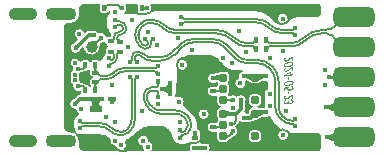
<source format=gbl>
G04 Layer: BottomLayer*
G04 EasyEDA Pro v2.2.20.32, 2024-06-04 01:45:36*
G04 Gerber Generator version 0.3*
G04 Scale: 100 percent, Rotated: No, Reflected: No*
G04 Dimensions in millimeters*
G04 Leading zeros omitted, absolute positions, 3 integers and 5 decimals*
%FSLAX35Y35*%
%MOMM*%
%AMRoundRect*1,1,$1,$2,$3*1,1,$1,$4,$5*1,1,$1,0-$2,0-$3*1,1,$1,0-$4,0-$5*20,1,$1,$2,$3,$4,$5,0*20,1,$1,$4,$5,0-$2,0-$3,0*20,1,$1,0-$2,0-$3,0-$4,0-$5,0*20,1,$1,0-$4,0-$5,$2,$3,0*4,1,4,$2,$3,$4,$5,0-$2,0-$3,0-$4,0-$5,$2,$3,0*%
%ADD8191C,0.2032*%
%ADD10O,2.59999X1.1*%
%ADD11O,2.4X1.1*%
%ADD12RoundRect,1.02X-1.24X-0.34X-1.24X0.34*%
%ADD13RoundRect,0.14X0.2X0.105X0.2X-0.105*%
%ADD14RoundRect,0.14X0.105X-0.2X-0.105X-0.2*%
%ADD15RoundRect,0.1487X-0.105X0.2X0.105X0.2*%
%ADD16RoundRect,0.14X-0.105X0.2X0.105X0.2*%
%ADD17RoundRect,0.14X-0.2X-0.105X-0.2X0.105*%
%ADD18RoundRect,0.2X0.43X0.15X0.43X-0.15*%
%ADD19RoundRect,0.063X-0.3185X0.1185X0.3185X0.1185*%
%ADD20RoundRect,0.0693X0.21535X-0.13035X-0.21535X-0.13035*%
%ADD21RoundRect,0.0525X0.22375X-0.09875X-0.22375X-0.09875*%
%ADD22RoundRect,0.0693X-0.21535X0.13035X0.21535X0.13035*%
%ADD23RoundRect,0.0525X-0.22375X0.09875X0.22375X0.09875*%
%ADD24RoundRect,0.14X0.2X0.105X0.2X-0.105*%
%ADD25C,1.0*%
%ADD26RoundRect,0.126X-0.237X0.237X0.237X0.237*%
%ADD27C,0.4*%
%ADD28C,0.374*%
%ADD29C,0.45*%
%ADD30C,0.127*%
%ADD31C,0.3*%
%ADD32C,0.172*%
G75*


G04 Copper Start*
G36*
G01X-869584Y594999D02*
G02X-853930Y614186I19586J0D01*
G01X-711431Y614186D01*
G03X-711831Y608939I34214J-5247D01*
G01X-711831Y568938D01*
G03X-677217Y534324I34614J0D01*
G01X-656217Y534324D01*
G03X-625098Y553780I0J34614D01*
G03X-623767Y543460I50099J1219D01*
G03X-651413Y496249I26488J-47212D01*
G01X-651413Y406000D01*
G03X-619999Y374585I31415J0D01*
G02X-613799Y370492I0J-6741D01*
G03X-620095Y349901I82155J-36377D01*
G01X-630075Y349901D01*
G03X-643853Y347040I0J-34614D01*
G03X-712454Y380969I-48646J-12042D01*
G03X-740583Y400108I-28128J-11099D01*
G01X-748576Y400108D01*
G03X-762958Y402608I-14381J-40114D01*
G01X-800003Y402608D01*
G03X-830136Y390127I0J-42614D01*
G01X-831480Y388783D01*
G03X-912934Y404375I-46018J-19844D01*
G03X-897342Y322921I35436J-35436D01*
G01X-921483Y298780D01*
G03X-945434Y214563I11485J-48780D01*
G03X-861218Y238514I35436J35436D01*
G01X-851144Y248589D01*
G03X-762068Y184605I76582J12618D01*
G03X-697940Y273576I-12494J76602D01*
G01X-697968Y275904D01*
G01X-697672Y281793D01*
G01X-694539Y284926D01*
G03X-664676Y293318I2040J50073D01*
G03X-645116Y263111I34601J969D01*
G02X-645414Y259753I-162505J12704D01*
G03X-664690Y228723I15338J-31030D01*
G01X-664690Y207723D01*
G03X-663664Y199359I34614J0D01*
G02X-666056Y195016I-143958J76456D01*
G03X-673671Y182935I38154J-32492D01*
G02X-692362Y160556I-133950J92880D01*
G01X-698412Y154507D01*
G02X-706343Y148011I-36587J36587D01*
G03X-731217Y158554I-24873J-24072D01*
G01X-752217Y158554D01*
G03X-784998Y135053I0J-34614D01*
G03X-817780Y158554I-32782J-11113D01*
G01X-838780Y158554D01*
G03X-870417Y137984I0J-34614D01*
G03X-944094Y161477I-44584J-12542D01*
G03X-936658Y84503I29094J-36035D01*
G03X-936734Y65892I46657J-9497D01*
G03X-953992Y0I21734J-40898D01*
G03X-936736Y-65890I38991J-24994D01*
G03X-920800Y-111305I46736J-9103D01*
G03X-873394Y-119618I30799J36311D01*
G01X-873394Y-126060D01*
G03X-872037Y-135659I34614J0D01*
G03X-898259Y-147960I3910J-42434D01*
G01X-926530Y-176231D01*
G03X-964766Y-231271I11485J-48780D01*
G03X-914081Y-275116I49722J6260D01*
G03X-887761Y-309646I49082J10116D01*
G03X-932566Y-377800I29432J-68154D01*
G01X-932566Y-423752D01*
G03X-918345Y-464751I66210J0D01*
G03X-959998Y-454585I-41653J-80248D01*
G01X-964998Y-454585D01*
G02X-1001741Y-417842I0J36743D01*
G01X-1001741Y425006D01*
G02X-972161Y454585I29580J0D01*
G01X-954998Y454585D01*
G03X-869584Y539999I0J85414D01*
G01X-869584Y594999D01*
G37*
G36*
G01X-552813Y-614186D02*
G01X-844840Y-614186D01*
G02X-869584Y-584999I4841J29187D01*
G01X-869584Y-544999D01*
G03X-892884Y-484415I-90414J0D01*
G03X-866357Y-489962I26528J60663D01*
G01X-698514Y-489962D01*
G02X-627363Y-519434I0J-100624D01*
G03X-623645Y-522943I62689J62689D01*
G03X-614000Y-566456I48646J-12043D01*
G03X-573509Y-585078I39001J31469D01*
G03X-552813Y-614186I48510J12579D01*
G37*
G36*
G01X-869243Y32155D02*
G03X-857413Y40291I-20757J42851D01*
G01X-856597Y41042D01*
G01X-847539Y41042D01*
G03X-826309Y48494I0J33964D01*
G02X-823155Y49325I3154J-5574D01*
G01X-817780Y49325D01*
G03X-792984Y59787I0J34614D01*
G03X-794653Y49880I28570J-9907D01*
G01X-794653Y30130D01*
G03X-766981Y0I30239J0D01*
G03X-794653Y-30130I2566J-30130D01*
G01X-794653Y-49880D01*
G03X-791236Y-63844I30239J0D01*
G03X-817780Y-51446I-26544J-22216D01*
G01X-821022Y-51446D01*
G02X-823658Y-50843I0J6062D01*
G03X-847539Y-41029I-23881J-24151D01*
G01X-856597Y-41029D01*
G01X-857413Y-40278D01*
G03X-869241Y-32143I-32588J-34715D01*
G03X-876009Y0I-45759J7149D01*
G03X-869243Y32155I-38991J24994D01*
G37*
G36*
G01X-784177Y-72768D02*
G01X-784998Y-74947D01*
G03X-787315Y-69627I-32782J-11113D01*
G03X-784177Y-72768I22901J19747D01*
G37*
G36*
G01X-340737Y-614186D02*
G01X-497185Y-614186D01*
G03X-482922Y-545278I-27814J41687D01*
G03X-455762Y-532810I-3236J42865D01*
G01X-393779Y-470826D01*
G02X-259999Y-415413I133779J-133779D01*
G01X-204497Y-415413D01*
G02X-127364Y-447363I0J-109083D01*
G01X-115380Y-459346D01*
G02X-92768Y-513936I-54590J-54590D01*
G03X-91886Y-518131I10414J0D01*
G03X-30000Y-570413I61886J10486D01*
G01X11439Y-570413D01*
G03X61094Y-557277I0J100414D01*
G03X46825Y-585280I20345J-28004D01*
G01X46825Y-606280D01*
G03X47740Y-614186I34614J0D01*
G01X-259262Y-614186D01*
G03X-287408Y-536492I-40737J29187D01*
G03X-367564Y-494891I-50092J1506D01*
G03X-350091Y-583493I30064J-40095D01*
G03X-340737Y-614186I50092J-1506D01*
G37*
G36*
G01X-470408Y577773D02*
G03X-479261Y614186I-49591J7226D01*
G01X-390888Y614186D01*
G03X-391849Y606089I33654J-8097D01*
G01X-391849Y566089D01*
G03X-384986Y545400I34614J0D01*
G01X-489284Y545400D01*
G03X-470408Y577773I-30715J39599D01*
G37*
G36*
G01X-263612Y562856D02*
G03X-267832Y614186I-44957J22143D01*
G01X1151235Y614186D01*
G02X1159584Y601001I-6237J-13185D01*
G01X1159584Y535353D01*
G02X1144998Y520767I-14586J0D01*
G03X1142305Y520413I0J-10414D01*
G01X975924Y520413D01*
G03X896134Y487363I0J-112840D01*
G01X892939Y484168D01*
G03X824675Y543516I-48294J13385D01*
G03X821473Y453118I19970J-45963D01*
G02X775963Y478762I23173J94326D01*
G01X737362Y517363D01*
G03X609288Y570413I-128074J-128074D01*
G01X-226315Y570413D01*
G03X-263612Y562856I0J-95813D01*
G37*
G36*
G01X1150423Y-614186D02*
G01X231844Y-614186D01*
G03X232758Y-606280I-33699J7906D01*
G01X232758Y-585280D01*
G03X198144Y-550666I-34614J0D01*
G01X163368Y-550666D01*
G03X144942Y-545129I-23368J-44333D01*
G03X156054Y-519717I-23503J25412D01*
G01X156054Y-498717D01*
G03X150548Y-479987I-34614J0D01*
G03X146909Y-448930I-49109J9988D01*
G03X125568Y-426076I-45470J-21069D01*
G01X125568Y-395153D01*
G03X94234Y-319505I-106982J0D01*
G01X7026Y-232298D01*
G03X1955Y-171151I-42026J27299D01*
G03X-58513Y-160744I-36955J-33849D01*
G03X-54429Y-135635I-75150J25109D01*
G01X-54429Y-63451D01*
G03X-38943Y-21974I-47802J41478D01*
G01X-38943Y68360D01*
G03X42698Y99393I32085J38496D01*
G03X-26181Y153095I-49555J7463D01*
G02X50813Y184309I88835J-108558D01*
G01X211169Y184309D01*
G02X287636Y152636I0J-108140D01*
G01X295165Y145106D01*
G03X317605Y122667I44833J22393D01*
G01X357280Y82991D01*
G03X421712Y56303I64432J64432D01*
G01X495829Y56303D01*
G03X469855Y31758I19170J-46303D01*
G03X466837Y-3851I45144J-21758D01*
G03X462753Y-95465I18162J-46707D01*
G03X533161Y-36707I22246J44906D01*
G03X540458Y-33165I-18162J46707D01*
G02X555425Y-40015I-6058J-33015D01*
G03X585700Y-58645I30275J15283D01*
G01X633100Y-58645D01*
G03X663585Y-39591I0J33914D01*
G02X671949Y-34489I20815J-24715D01*
G01X672532Y-34494D01*
G01X709393Y-34494D01*
G01X709393Y-95308D01*
G03X686333Y-110820I28106J-66678D01*
G03X683282Y-118174I7364J-7364D01*
G01X683180Y-229169D01*
G03X683524Y-231972I11588J0D01*
G03X685329Y-249264I85695J205D01*
G01X674997Y-249264D01*
G03X669603Y-249686I0J-34614D01*
G02X655936Y-250874I-39606J376558D01*
G02X640011Y-249128I22164J275682D01*
G03X635834Y-248527I-6911J-33202D01*
G03X667014Y-214723I-2734J33804D01*
G01X667014Y-167323D01*
G03X633100Y-133409I-33914J0D01*
G01X585700Y-133409D01*
G03X551786Y-167323I0J-33914D01*
G01X551786Y-214723D01*
G03X582966Y-248527I33914J0D01*
G03X551786Y-282331I2734J-33804D01*
G01X551786Y-282998D01*
G02X549816Y-297385I-53514J0D01*
G01X541371Y-297385D01*
G03X526897Y-291318I-26372J-42614D01*
G03X532613Y-269999I-36898J21319D01*
G01X532613Y-216371D01*
G03X521062Y-150673I-42614J26372D01*
G03X454475Y-154652I-31063J-39326D01*
G03X391948Y-149495I-34476J-36371D01*
G03X387260Y-143525I-28850J-17828D01*
G03X397012Y-119727I-24162J23798D01*
G01X397012Y-72327D01*
G03X387260Y-48529I-33914J0D01*
G03X397012Y-24731I-24162J23798D01*
G01X397012Y22669D01*
G03X363098Y56583I-33914J0D01*
G01X315698Y56583D01*
G03X290438Y45298I0J-33914D01*
G02X265763Y41593I-26040J89400D01*
G03X206228Y-18870I-10763J-48945D01*
G03X286522Y-46312I48773J11518D01*
G02X290438Y-47360I-22123J-90449D01*
G01X291536Y-48529D01*
G03X281785Y-72081I24162J-23798D01*
G03X276060Y-71604I-5725J-34137D01*
G01X236060Y-71604D01*
G03X201446Y-106218I0J-34614D01*
G01X201446Y-127218D01*
G03X236060Y-161832I34614J0D01*
G01X276060Y-161832D01*
G03X282331Y-161259I0J34614D01*
G03X281784Y-167323I33368J-6064D01*
G01X281784Y-214723D01*
G03X312964Y-248527I33914J0D01*
G03X281784Y-282331I2734J-33804D01*
G01X281784Y-329731D01*
G03X291536Y-353529I33914J0D01*
G03X281785Y-377080I24162J-23798D01*
G03X276060Y-376603I-5725J-34137D01*
G01X236060Y-376603D01*
G03X201446Y-411217I0J-34614D01*
G01X201446Y-432217D01*
G03X236060Y-466832I34614J0D01*
G01X276060Y-466832D01*
G03X282331Y-466259I0J34614D01*
G03X281784Y-472323I33368J-6064D01*
G01X281784Y-519723D01*
G03X315698Y-553637I33914J0D01*
G01X363098Y-553637D01*
G03X395623Y-529330I0J33914D01*
G03X412992Y-520039I-6647J33307D01*
G01X425802Y-507229D01*
G01X436114Y-503694D01*
G03X469405Y-464640I-16115J47452D01*
G03X450889Y-416779I-49405J8399D01*
G03X454015Y-414015I-20890J26780D01*
G01X474015Y-394016D01*
G03X482889Y-378475I-24016J24016D01*
G03X541371Y-382613I32110J38475D01*
G01X575431Y-382613D01*
G03X603146Y-372370I0J42614D01*
G02X632433Y-363645I29287J-44789D01*
G01X633100Y-363645D01*
G03X663586Y-344589I0J33914D01*
G02X672210Y-339379I20814J-24711D01*
G03X674997Y-339492I2787J34502D01*
G01X714998Y-339492D01*
G03X730254Y-335948I0J34614D01*
G03X823952Y-443712I222100J98496D01*
G03X829076Y-533769I24374J-43788D01*
G03X896565Y-473921I19250J46270D01*
G01X898116Y-474282D01*
G03X924998Y-480413I26882J55866D01*
G01X947171Y-480413D01*
G03X952354Y-480558I5183J92625D01*
G03X957259Y-480413I0J83109D01*
G01X966042Y-480413D01*
G01X968290Y-480374D01*
G01X969956Y-480413D01*
G01X1144998Y-480413D01*
G02X1159584Y-494999I0J-14586D01*
G01X1159584Y-600647D01*
G02X1150423Y-614186I-14586J0D01*
G37*
%LPC*%
G36*
G01X124884Y-311031D02*
G03X225113Y-311031I50114J0D01*
G03X124884Y-311031I-50114J0D01*
G37*
G36*
G01X633100Y-553637D02*
G03X667014Y-519723I0J33914D01*
G01X667014Y-472323D01*
G03X633100Y-438409I-33914J0D01*
G01X585700Y-438409D01*
G03X551786Y-472323I0J-33914D01*
G01X551786Y-519723D01*
G03X585700Y-553637I33914J0D01*
G01X633100Y-553637D01*
G37*
%LPD*%
G36*
G01X69239Y-552110D02*
G01X70326Y-552499D01*
G03X65976Y-554312I11113J-32782D01*
G03X69239Y-552110I-54536J84313D01*
G37*
G54D8191*
G01X-869584Y594999D02*
G02X-853930Y614186I19586J0D01*
G01X-711431Y614186D01*
G03X-711831Y608939I34214J-5247D01*
G01X-711831Y568938D01*
G03X-677217Y534324I34614J0D01*
G01X-656217Y534324D01*
G03X-625098Y553780I0J34614D01*
G03X-623767Y543460I50099J1219D01*
G03X-651413Y496249I26488J-47212D01*
G01X-651413Y406000D01*
G03X-619999Y374585I31415J0D01*
G02X-613799Y370492I0J-6741D01*
G03X-620095Y349901I82155J-36377D01*
G01X-630075Y349901D01*
G03X-643853Y347040I0J-34614D01*
G03X-712454Y380969I-48646J-12042D01*
G03X-740583Y400108I-28128J-11099D01*
G01X-748576Y400108D01*
G03X-762958Y402608I-14381J-40114D01*
G01X-800003Y402608D01*
G03X-830136Y390127I0J-42614D01*
G01X-831480Y388783D01*
G03X-912934Y404375I-46018J-19844D01*
G03X-897342Y322921I35436J-35436D01*
G01X-921483Y298780D01*
G03X-945434Y214563I11485J-48780D01*
G03X-861218Y238514I35436J35436D01*
G01X-851144Y248589D01*
G03X-762068Y184605I76582J12618D01*
G03X-697940Y273576I-12494J76602D01*
G01X-697968Y275904D01*
G01X-697672Y281793D01*
G01X-694539Y284926D01*
G03X-664676Y293318I2040J50073D01*
G03X-645116Y263111I34601J969D01*
G02X-645414Y259753I-162505J12704D01*
G03X-664690Y228723I15338J-31030D01*
G01X-664690Y207723D01*
G03X-663664Y199359I34614J0D01*
G02X-666056Y195016I-143958J76456D01*
G03X-673671Y182935I38154J-32492D01*
G02X-692362Y160556I-133950J92880D01*
G01X-698412Y154507D01*
G02X-706343Y148011I-36587J36587D01*
G03X-731217Y158554I-24873J-24072D01*
G01X-752217Y158554D01*
G03X-784998Y135053I0J-34614D01*
G03X-817780Y158554I-32782J-11113D01*
G01X-838780Y158554D01*
G03X-870417Y137984I0J-34614D01*
G03X-944094Y161477I-44584J-12542D01*
G03X-936658Y84503I29094J-36035D01*
G03X-936734Y65892I46657J-9497D01*
G03X-953992Y0I21734J-40898D01*
G03X-936736Y-65890I38991J-24994D01*
G03X-920800Y-111305I46736J-9103D01*
G03X-873394Y-119618I30799J36311D01*
G01X-873394Y-126060D01*
G03X-872037Y-135659I34614J0D01*
G03X-898259Y-147960I3910J-42434D01*
G01X-926530Y-176231D01*
G03X-964766Y-231271I11485J-48780D01*
G03X-914081Y-275116I49722J6260D01*
G03X-887761Y-309646I49082J10116D01*
G03X-932566Y-377800I29432J-68154D01*
G01X-932566Y-423752D01*
G03X-918345Y-464751I66210J0D01*
G03X-959998Y-454585I-41653J-80248D01*
G01X-964998Y-454585D01*
G02X-1001741Y-417842I0J36743D01*
G01X-1001741Y425006D01*
G02X-972161Y454585I29580J0D01*
G01X-954998Y454585D01*
G03X-869584Y539999I0J85414D01*
G01X-869584Y594999D01*
G01X-552813Y-614186D02*
G01X-844840Y-614186D01*
G02X-869584Y-584999I4841J29187D01*
G01X-869584Y-544999D01*
G03X-892884Y-484415I-90414J0D01*
G03X-866357Y-489962I26528J60663D01*
G01X-698514Y-489962D01*
G02X-627363Y-519434I0J-100624D01*
G03X-623645Y-522943I62689J62689D01*
G03X-614000Y-566456I48646J-12043D01*
G03X-573509Y-585078I39001J31469D01*
G03X-552813Y-614186I48510J12579D01*
G01X-869243Y32155D02*
G03X-857413Y40291I-20757J42851D01*
G01X-856597Y41042D01*
G01X-847539Y41042D01*
G03X-826309Y48494I0J33964D01*
G02X-823155Y49325I3154J-5574D01*
G01X-817780Y49325D01*
G03X-792984Y59787I0J34614D01*
G03X-794653Y49880I28570J-9907D01*
G01X-794653Y30130D01*
G03X-766981Y0I30239J0D01*
G03X-794653Y-30130I2566J-30130D01*
G01X-794653Y-49880D01*
G03X-791236Y-63844I30239J0D01*
G03X-817780Y-51446I-26544J-22216D01*
G01X-821022Y-51446D01*
G02X-823658Y-50843I0J6062D01*
G03X-847539Y-41029I-23881J-24151D01*
G01X-856597Y-41029D01*
G01X-857413Y-40278D01*
G03X-869241Y-32143I-32588J-34715D01*
G03X-876009Y0I-45759J7149D01*
G03X-869243Y32155I-38991J24994D01*
G01X-784177Y-72768D02*
G01X-784998Y-74947D01*
G03X-787315Y-69627I-32782J-11113D01*
G03X-784177Y-72768I22901J19747D01*
G01X-340737Y-614186D02*
G01X-497185Y-614186D01*
G03X-482922Y-545278I-27814J41687D01*
G03X-455762Y-532810I-3236J42865D01*
G01X-393779Y-470826D01*
G02X-259999Y-415413I133779J-133779D01*
G01X-204497Y-415413D01*
G02X-127364Y-447363I0J-109083D01*
G01X-115380Y-459346D01*
G02X-92768Y-513936I-54590J-54590D01*
G03X-91886Y-518131I10414J0D01*
G03X-30000Y-570413I61886J10486D01*
G01X11439Y-570413D01*
G03X61094Y-557277I0J100414D01*
G03X46825Y-585280I20345J-28004D01*
G01X46825Y-606280D01*
G03X47740Y-614186I34614J0D01*
G01X-259262Y-614186D01*
G03X-287408Y-536492I-40737J29187D01*
G03X-367564Y-494891I-50092J1506D01*
G03X-350091Y-583493I30064J-40095D01*
G03X-340737Y-614186I50092J-1506D01*
G01X-470408Y577773D02*
G03X-479261Y614186I-49591J7226D01*
G01X-390888Y614186D01*
G03X-391849Y606089I33654J-8097D01*
G01X-391849Y566089D01*
G03X-384986Y545400I34614J0D01*
G01X-489284Y545400D01*
G03X-470408Y577773I-30715J39599D01*
G01X-263612Y562856D02*
G03X-267832Y614186I-44957J22143D01*
G01X1151235Y614186D01*
G02X1159584Y601001I-6237J-13185D01*
G01X1159584Y535353D01*
G02X1144998Y520767I-14586J0D01*
G03X1142305Y520413I0J-10414D01*
G01X975924Y520413D01*
G03X896134Y487363I0J-112840D01*
G01X892939Y484168D01*
G03X824675Y543516I-48294J13385D01*
G03X821473Y453118I19970J-45963D01*
G02X775963Y478762I23173J94326D01*
G01X737362Y517363D01*
G03X609288Y570413I-128074J-128074D01*
G01X-226315Y570413D01*
G03X-263612Y562856I0J-95813D01*
G01X1150423Y-614186D02*
G01X231844Y-614186D01*
G03X232758Y-606280I-33699J7906D01*
G01X232758Y-585280D01*
G03X198144Y-550666I-34614J0D01*
G01X163368Y-550666D01*
G03X144942Y-545129I-23368J-44333D01*
G03X156054Y-519717I-23503J25412D01*
G01X156054Y-498717D01*
G03X150548Y-479987I-34614J0D01*
G03X146909Y-448930I-49109J9988D01*
G03X125568Y-426076I-45470J-21069D01*
G01X125568Y-395153D01*
G03X94234Y-319505I-106982J0D01*
G01X7026Y-232298D01*
G03X1955Y-171151I-42026J27299D01*
G03X-58513Y-160744I-36955J-33849D01*
G03X-54429Y-135635I-75150J25109D01*
G01X-54429Y-63451D01*
G03X-38943Y-21974I-47802J41478D01*
G01X-38943Y68360D01*
G03X42698Y99393I32085J38496D01*
G03X-26181Y153095I-49555J7463D01*
G02X50813Y184309I88835J-108558D01*
G01X211169Y184309D01*
G02X287636Y152636I0J-108140D01*
G01X295165Y145106D01*
G03X317605Y122667I44833J22393D01*
G01X357280Y82991D01*
G03X421712Y56303I64432J64432D01*
G01X495829Y56303D01*
G03X469855Y31758I19170J-46303D01*
G03X466837Y-3851I45144J-21758D01*
G03X462753Y-95465I18162J-46707D01*
G03X533161Y-36707I22246J44906D01*
G03X540458Y-33165I-18162J46707D01*
G02X555425Y-40015I-6058J-33015D01*
G03X585700Y-58645I30275J15283D01*
G01X633100Y-58645D01*
G03X663585Y-39591I0J33914D01*
G02X671949Y-34489I20815J-24715D01*
G01X672532Y-34494D01*
G01X709393Y-34494D01*
G01X709393Y-95308D01*
G03X686333Y-110820I28106J-66678D01*
G03X683282Y-118174I7364J-7364D01*
G01X683180Y-229169D01*
G03X683524Y-231972I11588J0D01*
G03X685329Y-249264I85695J205D01*
G01X674997Y-249264D01*
G03X669603Y-249686I0J-34614D01*
G02X655936Y-250874I-39606J376558D01*
G02X640011Y-249128I22164J275682D01*
G03X635834Y-248527I-6911J-33202D01*
G03X667014Y-214723I-2734J33804D01*
G01X667014Y-167323D01*
G03X633100Y-133409I-33914J0D01*
G01X585700Y-133409D01*
G03X551786Y-167323I0J-33914D01*
G01X551786Y-214723D01*
G03X582966Y-248527I33914J0D01*
G03X551786Y-282331I2734J-33804D01*
G01X551786Y-282998D01*
G02X549816Y-297385I-53514J0D01*
G01X541371Y-297385D01*
G03X526897Y-291318I-26372J-42614D01*
G03X532613Y-269999I-36898J21319D01*
G01X532613Y-216371D01*
G03X521062Y-150673I-42614J26372D01*
G03X454475Y-154652I-31063J-39326D01*
G03X391948Y-149495I-34476J-36371D01*
G03X387260Y-143525I-28850J-17828D01*
G03X397012Y-119727I-24162J23798D01*
G01X397012Y-72327D01*
G03X387260Y-48529I-33914J0D01*
G03X397012Y-24731I-24162J23798D01*
G01X397012Y22669D01*
G03X363098Y56583I-33914J0D01*
G01X315698Y56583D01*
G03X290438Y45298I0J-33914D01*
G02X265763Y41593I-26040J89400D01*
G03X206228Y-18870I-10763J-48945D01*
G03X286522Y-46312I48773J11518D01*
G02X290438Y-47360I-22123J-90449D01*
G01X291536Y-48529D01*
G03X281785Y-72081I24162J-23798D01*
G03X276060Y-71604I-5725J-34137D01*
G01X236060Y-71604D01*
G03X201446Y-106218I0J-34614D01*
G01X201446Y-127218D01*
G03X236060Y-161832I34614J0D01*
G01X276060Y-161832D01*
G03X282331Y-161259I0J34614D01*
G03X281784Y-167323I33368J-6064D01*
G01X281784Y-214723D01*
G03X312964Y-248527I33914J0D01*
G03X281784Y-282331I2734J-33804D01*
G01X281784Y-329731D01*
G03X291536Y-353529I33914J0D01*
G03X281785Y-377080I24162J-23798D01*
G03X276060Y-376603I-5725J-34137D01*
G01X236060Y-376603D01*
G03X201446Y-411217I0J-34614D01*
G01X201446Y-432217D01*
G03X236060Y-466832I34614J0D01*
G01X276060Y-466832D01*
G03X282331Y-466259I0J34614D01*
G03X281784Y-472323I33368J-6064D01*
G01X281784Y-519723D01*
G03X315698Y-553637I33914J0D01*
G01X363098Y-553637D01*
G03X395623Y-529330I0J33914D01*
G03X412992Y-520039I-6647J33307D01*
G01X425802Y-507229D01*
G01X436114Y-503694D01*
G03X469405Y-464640I-16115J47452D01*
G03X450889Y-416779I-49405J8399D01*
G03X454015Y-414015I-20890J26780D01*
G01X474015Y-394016D01*
G03X482889Y-378475I-24016J24016D01*
G03X541371Y-382613I32110J38475D01*
G01X575431Y-382613D01*
G03X603146Y-372370I0J42614D01*
G02X632433Y-363645I29287J-44789D01*
G01X633100Y-363645D01*
G03X663586Y-344589I0J33914D01*
G02X672210Y-339379I20814J-24711D01*
G03X674997Y-339492I2787J34502D01*
G01X714998Y-339492D01*
G03X730254Y-335948I0J34614D01*
G03X823952Y-443712I222100J98496D01*
G03X829076Y-533769I24374J-43788D01*
G03X896565Y-473921I19250J46270D01*
G01X898116Y-474282D01*
G03X924998Y-480413I26882J55866D01*
G01X947171Y-480413D01*
G03X952354Y-480558I5183J92625D01*
G03X957259Y-480413I0J83109D01*
G01X966042Y-480413D01*
G01X968290Y-480374D01*
G01X969956Y-480413D01*
G01X1144998Y-480413D01*
G02X1159584Y-494999I0J-14586D01*
G01X1159584Y-600647D01*
G02X1150423Y-614186I-14586J0D01*
G01X124884Y-311031D02*
G03X225113Y-311031I50114J0D01*
G03X124884Y-311031I-50114J0D01*
G01X633100Y-553637D02*
G03X667014Y-519723I0J33914D01*
G01X667014Y-472323D01*
G03X633100Y-438409I-33914J0D01*
G01X585700Y-438409D01*
G03X551786Y-472323I0J-33914D01*
G01X551786Y-519723D01*
G03X585700Y-553637I33914J0D01*
G01X633100Y-553637D01*
G01X69239Y-552110D02*
G01X70326Y-552499D01*
G03X65976Y-554312I11113J-32782D01*
G03X69239Y-552110I-54536J84313D01*
G04 Copper End*

G04 Text Start*
G36*
G01X935604Y118258D02*
G01X935756Y115228D01*
G01X935453Y111894D01*
G01X935150Y110682D01*
G01X934847Y109319D01*
G01X934392Y108106D01*
G01X933938Y107046D01*
G01X933332Y105985D01*
G01X932574Y104773D01*
G01X931816Y103713D01*
G01X929544Y101440D01*
G01X928786Y100834D01*
G01X926665Y99319D01*
G01X925756Y98713D01*
G01X924392Y97955D01*
G01X922877Y97197D01*
G01X921362Y96591D01*
G01X919998Y95985D01*
G01X918483Y95379D01*
G01X915756Y94470D01*
G01X913786Y93864D01*
G01X911665Y93258D01*
G01X908634Y92500D01*
G01X907574Y92349D01*
G01X906362Y92046D01*
G01X904998Y91743D01*
G01X903786Y91591D01*
G01X900756Y90985D01*
G01X898331Y90682D01*
G01X897119Y90379D01*
G01X895604Y90228D01*
G01X889544Y89470D01*
G01X885907Y89167D01*
G01X883786Y88864D01*
G01X876362Y88712D01*
G01X868938Y88864D01*
G01X867422Y89167D01*
G01X865453Y89622D01*
G01X863786Y90076D01*
G01X862574Y90531D01*
G01X861513Y90985D01*
G01X860301Y91591D01*
G01X858938Y92500D01*
G01X857877Y93409D01*
G01X857119Y94167D01*
G01X856362Y95228D01*
G01X855150Y97652D01*
G01X854695Y99167D01*
G01X854241Y100531D01*
G01X853938Y104319D01*
G01X854241Y108106D01*
G01X854847Y110531D01*
G01X855453Y111894D01*
G01X856059Y113106D01*
G01X856665Y114016D01*
G01X857574Y115228D01*
G01X859392Y117046D01*
G01X860453Y117955D01*
G01X861513Y118712D01*
G01X862271Y119319D01*
G01X863332Y120076D01*
G01X864392Y120682D01*
G01X866513Y121743D01*
G01X867877Y122349D01*
G01X872422Y124167D01*
G01X873938Y124622D01*
G01X874998Y124925D01*
G01X876362Y125379D01*
G01X878180Y125834D01*
G01X879695Y126288D01*
G01X883786Y127197D01*
G01X884998Y127349D01*
G01X886210Y127652D01*
G01X888028Y127955D01*
G01X889998Y128409D01*
G01X891968Y128712D01*
G01X893483Y128864D01*
G01X895301Y129167D01*
G01X897422Y129470D01*
G01X898937Y129622D01*
G01X900150Y129773D01*
G01X901665Y130076D01*
G01X904392Y130228D01*
G01X906513Y130379D01*
G01X908937Y130682D01*
G01X913483Y130834D01*
G01X918028Y130682D01*
G01X920150Y130379D01*
G01X921513Y130228D01*
G01X923028Y129925D01*
G01X925453Y129319D01*
G01X926968Y128712D01*
G01X928635Y127955D01*
G01X929998Y127197D01*
G01X930907Y126591D01*
G01X931665Y125985D01*
G01X932877Y124470D01*
G01X933483Y123561D01*
G01X934392Y121743D01*
G01X934847Y120531D01*
G01X935604Y118258D01*
G37*
%LPC*%
G36*
G01X926513Y115531D02*
G01X926210Y116288D01*
G01X925453Y117652D01*
G01X924241Y118712D01*
G01X923180Y119319D01*
G01X921968Y119773D01*
G01X920756Y120076D01*
G01X919241Y120379D01*
G01X916513Y120531D01*
G01X914392Y120682D01*
G01X913028Y120834D01*
G01X911665Y120682D01*
G01X904392Y120379D01*
G01X899544Y119773D01*
G01X898180Y119622D01*
G01X896665Y119319D01*
G01X894695Y119016D01*
G01X892877Y118864D01*
G01X890756Y118561D01*
G01X889544Y118258D01*
G01X887877Y117955D01*
G01X886513Y117652D01*
G01X884089Y117349D01*
G01X877271Y115834D01*
G01X872725Y114470D01*
G01X870301Y113561D01*
G01X868938Y112955D01*
G01X867574Y112197D01*
G01X866210Y111288D01*
G01X865150Y110379D01*
G01X864392Y109319D01*
G01X863635Y107955D01*
G01X863180Y106440D01*
G01X863029Y104470D01*
G01X863483Y102500D01*
G01X864241Y101288D01*
G01X865301Y100379D01*
G01X866665Y99622D01*
G01X868180Y99167D01*
G01X869544Y98864D01*
G01X871059Y98561D01*
G01X876968Y98409D01*
G01X882271Y98561D01*
G01X884392Y98864D01*
G01X888028Y99167D01*
G01X890756Y99470D01*
G01X891968Y99773D01*
G01X893483Y99925D01*
G01X894695Y100076D01*
G01X898028Y100682D01*
G01X900453Y100985D01*
G01X901665Y101288D01*
G01X903634Y101591D01*
G01X905301Y101894D01*
G01X906816Y102197D01*
G01X908786Y102652D01*
G01X910301Y102955D01*
G01X911362Y103106D01*
G01X912877Y103561D01*
G01X915907Y104319D01*
G01X917271Y104773D01*
G01X918938Y105379D01*
G01X921665Y106591D01*
G01X922725Y107197D01*
G01X923483Y107803D01*
G01X924241Y108561D01*
G01X924847Y109319D01*
G01X925604Y110379D01*
G01X926210Y111894D01*
G01X926513Y113106D01*
G01X926665Y114470D01*
G01X926513Y115531D01*
G37*
%LPD*%
G36*
G01X935453Y-40985D02*
G01X935756Y-44167D01*
G01X935453Y-47651D01*
G01X935150Y-49015D01*
G01X934847Y-50227D01*
G01X934392Y-51439D01*
G01X933938Y-52500D01*
G01X933483Y-53257D01*
G01X932726Y-54470D01*
G01X931816Y-55682D01*
G01X931059Y-56439D01*
G01X930453Y-57197D01*
G01X929847Y-57803D01*
G01X929089Y-58409D01*
G01X928180Y-59167D01*
G01X926362Y-60379D01*
G01X924241Y-61591D01*
G01X923028Y-62197D01*
G01X921665Y-62803D01*
G01X920150Y-63409D01*
G01X918786Y-64015D01*
G01X917422Y-64470D01*
G01X916210Y-64924D01*
G01X914847Y-65379D01*
G01X913331Y-65833D01*
G01X909695Y-66742D01*
G01X908634Y-66894D01*
G01X906210Y-67500D01*
G01X905150Y-67651D01*
G01X903937Y-67954D01*
G01X902271Y-68257D01*
G01X900756Y-68409D01*
G01X897422Y-69015D01*
G01X894998Y-69318D01*
G01X893786Y-69621D01*
G01X891665Y-69773D01*
G01X889847Y-69924D01*
G01X887725Y-70227D01*
G01X884089Y-70530D01*
G01X877422Y-70833D01*
G01X875907Y-70985D01*
G01X874392Y-70833D01*
G01X868332Y-70530D01*
G01X865301Y-69924D01*
G01X863938Y-69470D01*
G01X862271Y-68863D01*
G01X860756Y-68106D01*
G01X859241Y-67197D01*
G01X858180Y-66288D01*
G01X857422Y-65530D01*
G01X856513Y-64470D01*
G01X855756Y-63106D01*
G01X855150Y-61742D01*
G01X854695Y-60227D01*
G01X854241Y-58863D01*
G01X853938Y-55076D01*
G01X854241Y-51288D01*
G01X854695Y-49773D01*
G01X855150Y-48409D01*
G01X856210Y-46288D01*
G01X857119Y-44924D01*
G01X857877Y-43864D01*
G01X859392Y-42348D01*
G01X860907Y-41136D01*
G01X861816Y-40379D01*
G01X862877Y-39773D01*
G01X864089Y-39015D01*
G01X865453Y-38257D01*
G01X866816Y-37651D01*
G01X868332Y-36894D01*
G01X869847Y-36288D01*
G01X871210Y-35833D01*
G01X872422Y-35379D01*
G01X873483Y-35076D01*
G01X874695Y-34621D01*
G01X876362Y-34167D01*
G01X877877Y-33712D01*
G01X881513Y-32803D01*
G01X882574Y-32651D01*
G01X884998Y-32045D01*
G01X886059Y-31894D01*
G01X887271Y-31591D01*
G01X888786Y-31288D01*
G01X890150Y-31136D01*
G01X893786Y-30530D01*
G01X896210Y-30227D01*
G01X897725Y-29924D01*
G01X899695Y-29773D01*
G01X901059Y-29621D01*
G01X903180Y-29318D01*
G01X907119Y-29015D01*
G01X913483Y-28864D01*
G01X919847Y-29015D01*
G01X921968Y-29318D01*
G01X923483Y-29621D01*
G01X924998Y-30076D01*
G01X927422Y-30985D01*
G01X928483Y-31439D01*
G01X929847Y-32197D01*
G01X931059Y-33106D01*
G01X932574Y-34621D01*
G01X933180Y-35379D01*
G01X934241Y-37500D01*
G01X934847Y-38864D01*
G01X935150Y-40076D01*
G01X935453Y-40985D01*
G37*
%LPC*%
G36*
G01X926513Y-44621D02*
G01X926210Y-43257D01*
G01X925604Y-42045D01*
G01X924847Y-41288D01*
G01X923786Y-40530D01*
G01X922119Y-39773D01*
G01X920301Y-39318D01*
G01X918938Y-39015D01*
G01X914089Y-38712D01*
G01X913028Y-38561D01*
G01X911968Y-38712D01*
G01X905604Y-39015D01*
G01X904089Y-39318D01*
G01X901816Y-39470D01*
G01X900150Y-39621D01*
G01X898028Y-39924D01*
G01X896210Y-40227D01*
G01X893786Y-40530D01*
G01X892271Y-40833D01*
G01X889847Y-41136D01*
G01X886513Y-41742D01*
G01X883483Y-42348D01*
G01X881816Y-42651D01*
G01X879998Y-43106D01*
G01X878635Y-43409D01*
G01X877422Y-43712D01*
G01X876362Y-44015D01*
G01X875301Y-44167D01*
G01X873938Y-44621D01*
G01X870604Y-45833D01*
G01X868938Y-46591D01*
G01X867574Y-47348D01*
G01X866210Y-48257D01*
G01X864392Y-50076D01*
G01X863786Y-50985D01*
G01X863332Y-52197D01*
G01X863029Y-54470D01*
G01X863142Y-55909D01*
G01X863483Y-56894D01*
G01X864241Y-58257D01*
G01X865301Y-59167D01*
G01X866513Y-59773D01*
G01X867725Y-60227D01*
G01X868938Y-60530D01*
G01X870756Y-60833D01*
G01X877271Y-60985D01*
G01X882877Y-60833D01*
G01X886513Y-60530D01*
G01X888028Y-60227D01*
G01X889998Y-60076D01*
G01X891362Y-59924D01*
G01X894998Y-59318D01*
G01X897422Y-59015D01*
G01X898634Y-58712D01*
G01X899998Y-58560D01*
G01X901059Y-58409D01*
G01X904089Y-57803D01*
G01X905150Y-57651D01*
G01X906362Y-57348D01*
G01X907725Y-57045D01*
G01X908937Y-56894D01*
G01X911665Y-56288D01*
G01X915301Y-55379D01*
G01X918028Y-54470D01*
G01X919241Y-54015D01*
G01X920150Y-53560D01*
G01X921210Y-53106D01*
G01X922574Y-52348D01*
G01X923635Y-51439D01*
G01X924847Y-50227D01*
G01X925453Y-49318D01*
G01X926059Y-48106D01*
G01X926513Y-46288D01*
G01X926513Y-44621D01*
G37*
%LPD*%
G36*
G01X935453Y-85227D02*
G01X935756Y-89015D01*
G01X935604Y-92348D01*
G01X935301Y-93560D01*
G01X934847Y-95076D01*
G01X934392Y-96439D01*
G01X933938Y-97500D01*
G01X933180Y-98712D01*
G01X932271Y-100227D01*
G01X931362Y-101288D01*
G01X929089Y-103560D01*
G01X928332Y-104166D01*
G01X927271Y-104772D01*
G01X924847Y-106288D01*
G01X923635Y-106894D01*
G01X920453Y-108257D01*
G01X919241Y-108712D01*
G01X918028Y-109015D01*
G01X916665Y-109469D01*
G01X914998Y-109924D01*
G01X913483Y-110227D01*
G01X912271Y-110530D01*
G01X911059Y-110682D01*
G01X909695Y-110985D01*
G01X907422Y-111288D01*
G01X905301Y-111439D01*
G01X900604Y-111591D01*
G01X895907Y-111439D01*
G01X893786Y-111136D01*
G01X890756Y-110227D01*
G01X889544Y-109772D01*
G01X888331Y-109166D01*
G01X887119Y-108409D01*
G01X886059Y-107500D01*
G01X885301Y-106742D01*
G01X884392Y-105682D01*
G01X883635Y-104318D01*
G01X883180Y-103106D01*
G01X882877Y-102045D01*
G01X882574Y-100530D01*
G01X882422Y-98106D01*
G01X882574Y-96288D01*
G01X882877Y-95227D01*
G01X883331Y-94015D01*
G01X883938Y-92651D01*
G01X884544Y-91591D01*
G01X884998Y-90682D01*
G01X885150Y-90076D01*
G01X884089Y-90227D01*
G01X882574Y-90530D01*
G01X881513Y-90682D01*
G01X880301Y-90985D01*
G01X878786Y-91288D01*
G01X877422Y-91439D01*
G01X871362Y-92651D01*
G01X869241Y-92954D01*
G01X866513Y-93560D01*
G01X865453Y-93712D01*
G01X864392Y-94015D01*
G01X864051Y-96591D01*
G01X863824Y-110833D01*
G01X863483Y-113409D01*
G01X861968Y-114015D01*
G01X859847Y-114469D01*
G01X857877Y-114924D01*
G01X856362Y-115227D01*
G01X855301Y-115379D01*
G01X854960Y-111932D01*
G01X854847Y-101288D01*
G01X854847Y-87045D01*
G01X855907Y-86742D01*
G01X857725Y-86288D01*
G01X859847Y-85985D01*
G01X862119Y-85530D01*
G01X863938Y-85227D01*
G01X865301Y-85076D01*
G01X866513Y-84772D01*
G01X868332Y-84469D01*
G01X870453Y-84015D01*
G01X872271Y-83712D01*
G01X873483Y-83560D01*
G01X876513Y-82954D01*
G01X877574Y-82803D01*
G01X878786Y-82500D01*
G01X880453Y-82197D01*
G01X881968Y-82045D01*
G01X884998Y-81439D01*
G01X886059Y-81288D01*
G01X887271Y-80985D01*
G01X888938Y-80682D01*
G01X890453Y-80530D01*
G01X893483Y-79924D01*
G01X894544Y-79773D01*
G01X895756Y-79469D01*
G01X896816Y-79318D01*
G01X897157Y-79583D01*
G01X897271Y-80076D01*
G01X897422Y-81136D01*
G01X897877Y-82651D01*
G01X898180Y-84318D01*
G01X898483Y-85530D01*
G01X898559Y-86061D01*
G01X898180Y-86439D01*
G01X896816Y-87045D01*
G01X895453Y-87803D01*
G01X894089Y-88712D01*
G01X893028Y-89621D01*
G01X892422Y-90379D01*
G01X891665Y-91439D01*
G01X891059Y-92954D01*
G01X890756Y-94166D01*
G01X890604Y-95682D01*
G01X890907Y-97348D01*
G01X891665Y-98560D01*
G01X892574Y-99469D01*
G01X893634Y-100227D01*
G01X894847Y-100833D01*
G01X895907Y-101136D01*
G01X897422Y-101439D01*
G01X902877Y-101591D01*
G01X907725Y-101439D01*
G01X910150Y-101136D01*
G01X911362Y-100833D01*
G01X913180Y-100530D01*
G01X914847Y-100075D01*
G01X916059Y-99772D01*
G01X917119Y-99469D01*
G01X919544Y-98560D01*
G01X921362Y-97651D01*
G01X922422Y-97045D01*
G01X923331Y-96439D01*
G01X924089Y-95833D01*
G01X925301Y-94318D01*
G01X925907Y-93106D01*
G01X926210Y-91742D01*
G01X926513Y-90530D01*
G01X926665Y-89166D01*
G01X926513Y-88106D01*
G01X926059Y-86742D01*
G01X925301Y-85530D01*
G01X924695Y-84924D01*
G01X923938Y-84318D01*
G01X922877Y-83712D01*
G01X921513Y-83106D01*
G01X919847Y-82651D01*
G01X918634Y-82348D01*
G01X916665Y-82197D01*
G01X914695Y-81894D01*
G01X914392Y-81401D01*
G01X914392Y-80530D01*
G01X914695Y-78712D01*
G01X914847Y-77348D01*
G01X914998Y-76288D01*
G01X915150Y-74924D01*
G01X915604Y-73409D01*
G01X916210Y-72954D01*
G01X917119Y-72803D01*
G01X921665Y-73257D01*
G01X923331Y-73560D01*
G01X924998Y-74015D01*
G01X927422Y-74924D01*
G01X928483Y-75530D01*
G01X929847Y-76288D01*
G01X930907Y-77197D01*
G01X932422Y-78712D01*
G01X933180Y-79773D01*
G01X933938Y-80985D01*
G01X934544Y-82197D01*
G01X934998Y-83560D01*
G01X935453Y-85227D01*
G37*
G36*
G01X934544Y-145227D02*
G01X934847Y-161136D01*
G01X934695Y-176894D01*
G01X933938Y-177651D01*
G01X929695Y-178712D01*
G01X928029Y-179167D01*
G01X926968Y-179470D01*
G01X925907Y-179621D01*
G01X925529Y-179621D01*
G01X925301Y-179318D01*
G01X925150Y-167651D01*
G01X925150Y-156439D01*
G01X924392Y-156591D01*
G01X923028Y-157045D01*
G01X921816Y-157500D01*
G01X920756Y-157803D01*
G01X919544Y-158257D01*
G01X918028Y-159015D01*
G01X916665Y-159621D01*
G01X915756Y-160076D01*
G01X914847Y-160682D01*
G01X911210Y-162954D01*
G01X910150Y-163712D01*
G01X908937Y-164621D01*
G01X907422Y-165833D01*
G01X904998Y-167651D01*
G01X903937Y-168712D01*
G01X902119Y-170227D01*
G01X899998Y-172045D01*
G01X899241Y-172803D01*
G01X896816Y-174621D01*
G01X896059Y-175379D01*
G01X892271Y-178409D01*
G01X891210Y-179015D01*
G01X888786Y-180530D01*
G01X887422Y-181439D01*
G01X884695Y-182803D01*
G01X881968Y-184015D01*
G01X880907Y-184470D01*
G01X879847Y-184773D01*
G01X878635Y-185227D01*
G01X876968Y-185682D01*
G01X875453Y-186136D01*
G01X873483Y-186439D01*
G01X869847Y-186742D01*
G01X868028Y-186591D01*
G01X866665Y-186439D01*
G01X865301Y-186136D01*
G01X863180Y-185530D01*
G01X861968Y-184924D01*
G01X860604Y-184167D01*
G01X859392Y-183409D01*
G01X858483Y-182651D01*
G01X857725Y-181894D01*
G01X856816Y-180833D01*
G01X856059Y-179773D01*
G01X855453Y-178712D01*
G01X854847Y-177348D01*
G01X854392Y-175985D01*
G01X854089Y-174167D01*
G01X853786Y-172045D01*
G01X853786Y-169621D01*
G01X854089Y-167803D01*
G01X854392Y-166439D01*
G01X854847Y-164924D01*
G01X855453Y-163561D01*
G01X856210Y-162045D01*
G01X857271Y-160530D01*
G01X858180Y-159318D01*
G01X858938Y-158561D01*
G01X860150Y-157651D01*
G01X861513Y-156591D01*
G01X862725Y-155833D01*
G01X864089Y-155076D01*
G01X866816Y-153712D01*
G01X868028Y-153258D01*
G01X869392Y-152803D01*
G01X870604Y-152500D01*
G01X871097Y-152689D01*
G01X871362Y-153258D01*
G01X871665Y-154470D01*
G01X872271Y-157500D01*
G01X872574Y-158712D01*
G01X873028Y-160076D01*
G01X873104Y-160606D01*
G01X872725Y-160985D01*
G01X871513Y-161439D01*
G01X870453Y-161742D01*
G01X869392Y-162197D01*
G01X868028Y-162803D01*
G01X866513Y-163712D01*
G01X865301Y-164621D01*
G01X864392Y-165682D01*
G01X863635Y-166894D01*
G01X863180Y-167954D01*
G01X862877Y-169015D01*
G01X862725Y-170985D01*
G01X863180Y-173257D01*
G01X863938Y-174470D01*
G01X864695Y-175076D01*
G01X865604Y-175530D01*
G01X866968Y-176136D01*
G01X868483Y-176439D01*
G01X869544Y-176591D01*
G01X871513Y-176742D01*
G01X873483Y-176591D01*
G01X875604Y-176288D01*
G01X876968Y-175833D01*
G01X878635Y-175227D01*
G01X879998Y-174773D01*
G01X881059Y-174318D01*
G01X882271Y-173712D01*
G01X883635Y-172954D01*
G01X884695Y-172348D01*
G01X885453Y-171894D01*
G01X886513Y-171136D01*
G01X888028Y-170076D01*
G01X890453Y-168257D01*
G01X891513Y-167348D01*
G01X892271Y-166742D01*
G01X893028Y-165985D01*
G01X894544Y-164773D01*
G01X895301Y-164015D01*
G01X896513Y-163106D01*
G01X897574Y-162197D01*
G01X898331Y-161591D01*
G01X899089Y-160833D01*
G01X900907Y-159318D01*
G01X901665Y-158712D01*
G01X902422Y-158257D01*
G01X903180Y-157651D01*
G01X904392Y-156742D01*
G01X905907Y-155682D01*
G01X908634Y-153864D01*
G01X911665Y-152045D01*
G01X915604Y-150076D01*
G01X916968Y-149470D01*
G01X919089Y-148561D01*
G01X920604Y-147954D01*
G01X922271Y-147348D01*
G01X923786Y-146894D01*
G01X924998Y-146591D01*
G01X926513Y-146136D01*
G01X928635Y-145682D01*
G01X930453Y-145227D01*
G01X932271Y-144924D01*
G01X933786Y-144773D01*
G01X934203Y-144810D01*
G01X934544Y-145227D01*
G37*
G36*
G01X934544Y89015D02*
G01X934847Y73106D01*
G01X934695Y57349D01*
G01X934089Y56591D01*
G01X933029Y56288D01*
G01X930604Y55682D01*
G01X929544Y55530D01*
G01X928180Y55076D01*
G01X926210Y54621D01*
G01X925150Y54470D01*
G01X925150Y77803D01*
G01X924544Y77652D01*
G01X923483Y77349D01*
G01X922119Y76894D01*
G01X919089Y75682D01*
G01X917725Y75076D01*
G01X915907Y74167D01*
G01X914695Y73409D01*
G01X913180Y72500D01*
G01X910453Y70682D01*
G01X908937Y69621D01*
G01X907422Y68409D01*
G01X906210Y67500D01*
G01X905453Y66743D01*
G01X903937Y65530D01*
G01X903180Y64773D01*
G01X901968Y63864D01*
G01X900453Y62652D01*
G01X899392Y61591D01*
G01X896665Y59318D01*
G01X895756Y58712D01*
G01X894998Y58106D01*
G01X894241Y57349D01*
G01X893483Y56743D01*
G01X892725Y56288D01*
G01X891665Y55530D01*
G01X888938Y53712D01*
G01X887725Y52955D01*
G01X886665Y52349D01*
G01X885301Y51743D01*
G01X884241Y51137D01*
G01X883331Y50682D01*
G01X879695Y49318D01*
G01X878180Y48864D01*
G01X876816Y48561D01*
G01X875604Y48106D01*
G01X873786Y47803D01*
G01X872271Y47652D01*
G01X869998Y47500D01*
G01X867725Y47652D01*
G01X866513Y47803D01*
G01X865150Y48106D01*
G01X863786Y48561D01*
G01X862574Y49015D01*
G01X861513Y49470D01*
G01X860604Y49924D01*
G01X859544Y50682D01*
G01X858483Y51591D01*
G01X856968Y53106D01*
G01X856210Y54167D01*
G01X855453Y55530D01*
G01X854847Y56743D01*
G01X854392Y58258D01*
G01X853786Y61894D01*
G01X853786Y64318D01*
G01X854089Y66137D01*
G01X854241Y67197D01*
G01X854544Y68258D01*
G01X855453Y70682D01*
G01X855907Y71591D01*
G01X856513Y72652D01*
G01X857271Y73712D01*
G01X858029Y74470D01*
G01X858635Y75227D01*
G01X859241Y75834D01*
G01X859998Y76440D01*
G01X860907Y77197D01*
G01X862119Y77955D01*
G01X863483Y78712D01*
G01X864544Y79318D01*
G01X865301Y79773D01*
G01X866210Y80227D01*
G01X867574Y80834D01*
G01X869089Y81288D01*
G01X870150Y81591D01*
G01X870907Y81743D01*
G01X871362Y80834D01*
G01X872271Y76743D01*
G01X872574Y75530D01*
G01X872877Y74015D01*
G01X872763Y73371D01*
G01X872119Y72955D01*
G01X870301Y72349D01*
G01X868786Y71743D01*
G01X867422Y71137D01*
G01X866362Y70379D01*
G01X864544Y68561D01*
G01X863938Y67803D01*
G01X863332Y66591D01*
G01X862877Y65227D01*
G01X862725Y63258D01*
G01X863180Y60985D01*
G01X863938Y59773D01*
G01X864998Y59015D01*
G01X866210Y58409D01*
G01X867422Y57955D01*
G01X869241Y57652D01*
G01X871816Y57500D01*
G01X873786Y57652D01*
G01X875907Y57955D01*
G01X877119Y58409D01*
G01X878483Y58864D01*
G01X879695Y59318D01*
G01X880756Y59773D01*
G01X883483Y61137D01*
G01X884847Y61894D01*
G01X886968Y63409D01*
G01X888331Y64318D01*
G01X889392Y65227D01*
G01X890907Y66440D01*
G01X894544Y69470D01*
G01X895301Y70227D01*
G01X896513Y71137D01*
G01X897574Y72046D01*
G01X898331Y72652D01*
G01X899089Y73409D01*
G01X899998Y74167D01*
G01X900907Y74773D01*
G01X901665Y75379D01*
G01X902877Y76288D01*
G01X904241Y77349D01*
G01X906362Y78864D01*
G01X907574Y79621D01*
G01X908483Y80227D01*
G01X910604Y81440D01*
G01X911513Y82046D01*
G01X912574Y82652D01*
G01X914998Y83864D01*
G01X917119Y84773D01*
G01X918028Y85228D01*
G01X919089Y85682D01*
G01X920604Y86288D01*
G01X922422Y86894D01*
G01X923938Y87349D01*
G01X924998Y87652D01*
G01X926362Y87955D01*
G01X927877Y88409D01*
G01X930604Y89015D01*
G01X932271Y89318D01*
G01X933786Y89470D01*
G01X934203Y89432D01*
G01X934544Y89015D01*
G37*
G36*
G01X934241Y28409D02*
G01X934544Y23561D01*
G01X934544Y18712D01*
G01X933635Y18712D01*
G01X932271Y18561D01*
G01X930756Y18258D01*
G01X929089Y18106D01*
G01X928029Y17955D01*
G01X926513Y17652D01*
G01X924089Y17349D01*
G01X921816Y17046D01*
G01X920453Y16743D01*
G01X917119Y16440D01*
G01X915453Y16137D01*
G01X914506Y15834D01*
G01X914089Y15228D01*
G01X913937Y11894D01*
G01X913937Y9318D01*
G01X912877Y9015D01*
G01X910604Y8712D01*
G01X908937Y8561D01*
G01X907119Y8258D01*
G01X905453Y7955D01*
G01X905188Y8030D01*
G01X904998Y8561D01*
G01X904847Y11894D01*
G01X904847Y14470D01*
G01X904089Y14470D01*
G01X902877Y14318D01*
G01X900150Y14015D01*
G01X898937Y13712D01*
G01X897422Y13561D01*
G01X896210Y13409D01*
G01X893483Y13106D01*
G01X892271Y12803D01*
G01X890604Y12652D01*
G01X889241Y12500D01*
G01X887119Y12197D01*
G01X885604Y11894D01*
G01X883938Y11743D01*
G01X882877Y11591D01*
G01X881665Y11288D01*
G01X879998Y11137D01*
G01X878635Y10985D01*
G01X876210Y10682D01*
G01X874695Y10379D01*
G01X873028Y10228D01*
G01X871968Y10076D01*
G01X870453Y9773D01*
G01X868028Y9470D01*
G01X865756Y9167D01*
G01X864392Y8864D01*
G01X861362Y8561D01*
G01X857119Y7955D01*
G01X855907Y7803D01*
G01X854998Y8106D01*
G01X854847Y12803D01*
G01X854847Y17197D01*
G01X855604Y17500D01*
G01X858029Y18712D01*
G01X859089Y19318D01*
G01X859998Y19925D01*
G01X862725Y21440D01*
G01X866968Y23864D01*
G01X869392Y25379D01*
G01X870453Y25985D01*
G01X874089Y28258D01*
G01X875604Y29167D01*
G01X880453Y32197D01*
G01X881968Y33106D01*
G01X883331Y34015D01*
G01X884544Y34773D01*
G01X887271Y36591D01*
G01X888483Y37349D01*
G01X889847Y38258D01*
G01X891362Y39167D01*
G01X895453Y41894D01*
G01X896665Y42652D01*
G01X897574Y43258D01*
G01X898634Y44015D01*
G01X900150Y44924D01*
G01X902574Y46440D01*
G01X904089Y47500D01*
G01X905453Y48409D01*
G01X906513Y48864D01*
G01X907725Y49167D01*
G01X909240Y49470D01*
G01X910907Y49621D01*
G01X912271Y49773D01*
G01X913331Y49924D01*
G01X913786Y46894D01*
G01X914089Y28712D01*
G01X914544Y25682D01*
G01X915604Y25834D01*
G01X918331Y26137D01*
G01X919847Y26440D01*
G01X922271Y26743D01*
G01X924544Y27046D01*
G01X925907Y27349D01*
G01X928635Y27652D01*
G01X930756Y27955D01*
G01X932574Y28258D01*
G01X934241Y28409D01*
G37*
%LPC*%
G36*
G01X904695Y37652D02*
G01X904241Y37955D01*
G01X903331Y37652D01*
G01X899695Y35379D01*
G01X898786Y34773D01*
G01X897725Y34015D01*
G01X894695Y32197D01*
G01X889847Y29167D01*
G01X888331Y28258D01*
G01X887119Y27500D01*
G01X885907Y26894D01*
G01X884847Y26288D01*
G01X883786Y25531D01*
G01X880756Y23712D01*
G01X879241Y22955D01*
G01X878180Y22349D01*
G01X877271Y21743D01*
G01X874544Y20228D01*
G01X873635Y19470D01*
G01X873635Y19129D01*
G01X874241Y19015D01*
G01X877271Y19622D01*
G01X878635Y19773D01*
G01X879847Y20076D01*
G01X881362Y20379D01*
G01X883028Y20682D01*
G01X884392Y20985D01*
G01X886513Y21288D01*
G01X889544Y21894D01*
G01X891665Y22197D01*
G01X892877Y22500D01*
G01X894998Y22803D01*
G01X897271Y23106D01*
G01X898634Y23409D01*
G01X901665Y23712D01*
G01X903331Y24015D01*
G01X904279Y24318D01*
G01X904695Y24925D01*
G01X904847Y31591D01*
G01X904695Y37652D01*
G37*
%LPD*%
G36*
G01X934695Y175227D02*
G01X934847Y159621D01*
G01X934544Y143712D01*
G01X933483Y143106D01*
G01X931968Y142652D01*
G01X930150Y142197D01*
G01X928635Y141894D01*
G01X927119Y141440D01*
G01X925604Y141137D01*
G01X925263Y144053D01*
G01X925036Y161516D01*
G01X924695Y164318D01*
G01X923786Y164015D01*
G01X922725Y163712D01*
G01X919089Y162349D01*
G01X917725Y161743D01*
G01X916513Y161137D01*
G01X915453Y160531D01*
G01X913028Y159015D01*
G01X911665Y158106D01*
G01X908634Y155985D01*
G01X905604Y153561D01*
G01X904392Y152652D01*
G01X902877Y151137D01*
G01X901665Y150228D01*
G01X900150Y149015D01*
G01X898483Y147349D01*
G01X897422Y146591D01*
G01X896362Y145682D01*
G01X895604Y145076D01*
G01X894392Y144167D01*
G01X892877Y142955D01*
G01X891362Y141894D01*
G01X888634Y140076D01*
G01X887119Y139167D01*
G01X884392Y137803D01*
G01X882271Y136894D01*
G01X881059Y136440D01*
G01X879695Y135985D01*
G01X878028Y135379D01*
G01X875907Y134773D01*
G01X874241Y134470D01*
G01X873180Y134319D01*
G01X870150Y134167D01*
G01X867119Y134319D01*
G01X866059Y134470D01*
G01X864847Y134773D01*
G01X863483Y135228D01*
G01X862271Y135682D01*
G01X861362Y136137D01*
G01X860604Y136591D01*
G01X859695Y137197D01*
G01X858786Y137955D01*
G01X856968Y139773D01*
G01X856210Y140834D01*
G01X855453Y142046D01*
G01X854847Y143258D01*
G01X854392Y144925D01*
G01X853786Y148561D01*
G01X853786Y150985D01*
G01X854089Y152803D01*
G01X854241Y153864D01*
G01X854544Y154925D01*
G01X855453Y157349D01*
G01X855907Y158258D01*
G01X856665Y159470D01*
G01X857574Y160682D01*
G01X860301Y163409D01*
G01X861059Y164015D01*
G01X861968Y164470D01*
G01X863180Y165228D01*
G01X867119Y167197D01*
G01X868786Y167803D01*
G01X870150Y168258D01*
G01X870907Y168258D01*
G01X871362Y167349D01*
G01X871665Y166137D01*
G01X871968Y164621D01*
G01X872422Y162955D01*
G01X872725Y161591D01*
G01X872877Y160379D01*
G01X872801Y159962D01*
G01X872271Y159621D01*
G01X870756Y159167D01*
G01X869695Y158712D01*
G01X868786Y158258D01*
G01X867725Y157803D01*
G01X866513Y157046D01*
G01X865453Y156137D01*
G01X864695Y155379D01*
G01X863938Y154470D01*
G01X863332Y153106D01*
G01X862877Y151591D01*
G01X862725Y149621D01*
G01X863029Y147803D01*
G01X863635Y146743D01*
G01X864392Y145985D01*
G01X865301Y145379D01*
G01X866665Y144773D01*
G01X868938Y144318D01*
G01X871968Y144167D01*
G01X874089Y144318D01*
G01X875756Y144622D01*
G01X877271Y145076D01*
G01X878483Y145531D01*
G01X879847Y145985D01*
G01X881968Y146894D01*
G01X883028Y147500D01*
G01X884392Y148258D01*
G01X885907Y149167D01*
G01X888028Y150682D01*
G01X889089Y151591D01*
G01X889998Y152349D01*
G01X890907Y152955D01*
G01X891665Y153561D01*
G01X892422Y154318D01*
G01X893938Y155531D01*
G01X894695Y156288D01*
G01X895907Y157197D01*
G01X897422Y158409D01*
G01X898483Y159470D01*
G01X900301Y160985D01*
G01X901059Y161591D01*
G01X901816Y162046D01*
G01X902574Y162652D01*
G01X903331Y163409D01*
G01X904241Y164015D01*
G01X905150Y164470D01*
G01X905907Y165076D01*
G01X906968Y165834D01*
G01X908331Y166743D01*
G01X909847Y167652D01*
G01X911059Y168409D01*
G01X912271Y169015D01*
G01X913634Y169773D01*
G01X914847Y170379D01*
G01X915907Y170834D01*
G01X918634Y172046D01*
G01X919695Y172500D01*
G01X922119Y173409D01*
G01X923180Y173712D01*
G01X924695Y174167D01*
G01X926513Y174621D01*
G01X928180Y175076D01*
G01X931816Y175379D01*
G01X934695Y175227D01*
G37*
G36*
G01X935453Y-198863D02*
G01X935756Y-201591D01*
G01X935604Y-204166D01*
G01X935301Y-205379D01*
G01X934998Y-206894D01*
G01X934544Y-208257D01*
G01X933938Y-209621D01*
G01X932726Y-211742D01*
G01X931968Y-212803D01*
G01X930150Y-214924D01*
G01X928635Y-216439D01*
G01X927574Y-217197D01*
G01X926210Y-218106D01*
G01X924998Y-218863D01*
G01X922574Y-220076D01*
G01X921513Y-220530D01*
G01X919089Y-221439D01*
G01X915907Y-222348D01*
G01X914392Y-222651D01*
G01X912271Y-223106D01*
G01X909847Y-223409D01*
G01X908028Y-223560D01*
G01X904998Y-223712D01*
G01X901968Y-223560D01*
G01X900604Y-223409D01*
G01X899089Y-223106D01*
G01X897725Y-222651D01*
G01X896513Y-222197D01*
G01X895453Y-221742D01*
G01X894544Y-221288D01*
G01X893786Y-220682D01*
G01X892271Y-219166D01*
G01X891362Y-218106D01*
G01X890604Y-216894D01*
G01X890150Y-215833D01*
G01X889544Y-215076D01*
G01X889127Y-215114D01*
G01X888786Y-215530D01*
G01X887877Y-216894D01*
G01X886968Y-218106D01*
G01X883635Y-221439D01*
G01X882877Y-222045D01*
G01X882119Y-222500D01*
G01X881059Y-223257D01*
G01X878331Y-224621D01*
G01X877271Y-225076D01*
G01X876210Y-225379D01*
G01X874695Y-225833D01*
G01X872271Y-226288D01*
G01X870150Y-226439D01*
G01X869089Y-226591D01*
G01X868332Y-226591D01*
G01X866665Y-226439D01*
G01X864847Y-226136D01*
G01X863483Y-225682D01*
G01X862271Y-225227D01*
G01X861362Y-224773D01*
G01X860301Y-224166D01*
G01X858938Y-223257D01*
G01X857877Y-222197D01*
G01X857119Y-221288D01*
G01X856513Y-220530D01*
G01X855907Y-219469D01*
G01X855301Y-218257D01*
G01X854847Y-217045D01*
G01X854544Y-215833D01*
G01X854241Y-214772D01*
G01X853938Y-210985D01*
G01X854241Y-207045D01*
G01X854695Y-205379D01*
G01X855150Y-203863D01*
G01X855756Y-202651D01*
G01X856665Y-201136D01*
G01X859998Y-197803D01*
G01X861059Y-196894D01*
G01X863483Y-195379D01*
G01X864998Y-194470D01*
G01X866665Y-193712D01*
G01X867877Y-193409D01*
G01X868332Y-194470D01*
G01X868786Y-196136D01*
G01X869089Y-197500D01*
G01X869241Y-198712D01*
G01X869695Y-200227D01*
G01X869847Y-201742D01*
G01X869089Y-202348D01*
G01X868028Y-202803D01*
G01X866968Y-203409D01*
G01X865604Y-204318D01*
G01X864544Y-205379D01*
G01X863786Y-206439D01*
G01X863180Y-208106D01*
G01X862877Y-209924D01*
G01X862877Y-211894D01*
G01X863635Y-213863D01*
G01X864847Y-214924D01*
G01X865907Y-215530D01*
G01X866968Y-215985D01*
G01X868028Y-216288D01*
G01X869544Y-216439D01*
G01X870907Y-216591D01*
G01X871665Y-216591D01*
G01X872877Y-216439D01*
G01X874241Y-216136D01*
G01X875756Y-215682D01*
G01X877119Y-215227D01*
G01X878180Y-214621D01*
G01X879089Y-214015D01*
G01X879847Y-213409D01*
G01X880756Y-212651D01*
G01X881816Y-211439D01*
G01X882725Y-210379D01*
G01X883483Y-209318D01*
G01X884241Y-208106D01*
G01X884847Y-206894D01*
G01X885453Y-205833D01*
G01X885907Y-204621D01*
G01X886362Y-203106D01*
G01X886665Y-201742D01*
G01X887119Y-200530D01*
G01X888331Y-199924D01*
G01X889998Y-199470D01*
G01X892119Y-199015D01*
G01X893938Y-198560D01*
G01X894430Y-198523D01*
G01X894695Y-199015D01*
G01X894847Y-202197D01*
G01X894998Y-205076D01*
G01X895604Y-207500D01*
G01X896059Y-208712D01*
G01X896968Y-210227D01*
G01X898028Y-211288D01*
G01X898786Y-211894D01*
G01X899847Y-212500D01*
G01X901059Y-213106D01*
G01X902119Y-213409D01*
G01X903180Y-213560D01*
G01X906968Y-213712D01*
G01X910756Y-213560D01*
G01X911816Y-213409D01*
G01X913028Y-213106D01*
G01X915756Y-212500D01*
G01X917271Y-212045D01*
G01X918634Y-211591D01*
G01X919998Y-210985D01*
G01X921513Y-210227D01*
G01X922725Y-209469D01*
G01X923635Y-208712D01*
G01X924392Y-207954D01*
G01X925150Y-207045D01*
G01X925756Y-205985D01*
G01X926210Y-204621D01*
G01X926513Y-203257D01*
G01X926513Y-201742D01*
G01X926059Y-200076D01*
G01X925453Y-199015D01*
G01X923938Y-197500D01*
G01X923028Y-196894D01*
G01X922119Y-196439D01*
G01X920907Y-195985D01*
G01X919544Y-195682D01*
G01X917725Y-195379D01*
G01X915453Y-195227D01*
G01X914544Y-195227D01*
G01X914544Y-194015D01*
G01X914695Y-192348D01*
G01X915453Y-187045D01*
G01X915642Y-186553D01*
G01X916210Y-186288D01*
G01X918483Y-186136D01*
G01X920453Y-186288D01*
G01X923180Y-186591D01*
G01X924392Y-186894D01*
G01X925756Y-187348D01*
G01X927119Y-187954D01*
G01X928332Y-188560D01*
G01X929392Y-189166D01*
G01X930301Y-189924D01*
G01X931059Y-190530D01*
G01X931665Y-190985D01*
G01X932422Y-192045D01*
G01X933483Y-193560D01*
G01X934241Y-195076D01*
G01X934847Y-196439D01*
G01X935453Y-198863D01*
G37*
G36*
G01X899241Y2197D02*
G01X899392Y-9318D01*
G01X899241Y-18068D01*
G01X898786Y-20985D01*
G01X893483Y-21742D01*
G01X891816Y-22045D01*
G01X890604Y-22197D01*
G01X890604Y834D01*
G01X893786Y1288D01*
G01X895604Y1591D01*
G01X897725Y1894D01*
G01X899241Y2197D01*
G37*
G36*
G01X899241Y-118560D02*
G01X899392Y-130076D01*
G01X899392Y-141591D01*
G01X896210Y-142045D01*
G01X894392Y-142348D01*
G01X892271Y-142651D01*
G01X891210Y-142651D01*
G01X890756Y-142348D01*
G01X890604Y-130833D01*
G01X890756Y-122538D01*
G01X891210Y-119772D01*
G01X894392Y-119318D01*
G01X896210Y-119015D01*
G01X898331Y-118712D01*
G01X899241Y-118560D01*
G37*
G04 Text End*

G04 PolygonModel Start*
G36*
G01X1417701Y-31999D02*
G01X1417701Y31999D01*
G01X1481699Y31999D01*
G01X1481699Y-31999D01*
G01X1417701Y-31999D01*
G37*
G36*
G01X1417701Y222001D02*
G01X1417701Y285999D01*
G01X1481699Y285999D01*
G01X1481699Y222001D01*
G01X1417701Y222001D01*
G37*
G36*
G01X1417701Y476001D02*
G01X1417701Y539999D01*
G01X1481699Y539999D01*
G01X1481699Y476001D01*
G01X1417701Y476001D01*
G37*
G36*
G01X1417701Y-539999D02*
G01X1417701Y-476001D01*
G01X1481699Y-476001D01*
G01X1481699Y-539999D01*
G01X1417701Y-539999D01*
G37*
G36*
G01X1417701Y-285999D02*
G01X1417701Y-222001D01*
G01X1481699Y-222001D01*
G01X1481699Y-285999D01*
G01X1417701Y-285999D01*
G37*

G04 TearDrop Start*
G36*
G01X1255650Y-6350D02*
G01X1255650Y6350D01*
G03X1274700Y15875I0J23813D01*
G01X1274700Y-15875D01*
G03X1255650Y-6350I-19050J-14288D01*
G37*
G36*
G01X1273468Y331251D02*
G01X1282449Y340231D01*
G03X1302654Y333496I16838J16838D01*
G01X1280204Y311045D01*
G03X1273468Y331251I-23573J3367D01*
G37*
G36*
G01X1229700Y-523000D02*
G01X1229700Y-493000D01*
G03X1274700Y-474000I0J62789D01*
G01X1274700Y-542000D01*
G03X1229700Y-523000I-45000J-43789D01*
G37*
G36*
G01X1229700Y-269000D02*
G01X1229700Y-239000D01*
G03X1274700Y-220000I0J62789D01*
G01X1274700Y-288000D01*
G03X1229700Y-269000I-45000J-43789D01*
G37*
G36*
G01X132094Y-602130D02*
G01X132094Y-589430D01*
G03X151144Y-585281I0J45798D01*
G01X151144Y-606280D01*
G03X132094Y-602130I-19050J-41648D01*
G37*
G36*
G01X-36562Y-15345D02*
G01X-6562Y-15345D01*
G03X-4061Y-37506I99472J1D01*
G01X-39062Y-37506D01*
G03X-36562Y-15345I-96972J22162D01*
G37*
G36*
G01X-6562Y-122506D02*
G01X-36562Y-122506D01*
G03X-39061Y-77506I-406247J1D01*
G01X-4062Y-77506D01*
G03X-6562Y-122506I403747J-44999D01*
G37*
G36*
G01X-93125Y-96964D02*
G01X-123125Y-96964D01*
G03X-125625Y-77506I-76972J0D01*
G01X-90625Y-77506D01*
G03X-93125Y-96964I74472J-19458D01*
G37*
G36*
G01X-36562Y-70010D02*
G01X-6562Y-70010D01*
G03X-4061Y-115010I406247J1D01*
G01X-39061Y-115010D01*
G03X-36562Y-70010I-403747J44999D01*
G37*
G36*
G01X-123125Y-96964D02*
G01X-93125Y-96964D01*
G03X-90625Y-115010I66378J0D01*
G01X-125625Y-115010D01*
G03X-123125Y-96964I-63878J18045D01*
G37*
G36*
G01X-650337Y617481D02*
G01X-640095Y603398D01*
G03X-649217Y576033I36487J-27365D01*
G01X-656217Y615939D01*
G03X-650337Y617481I-0J11979D01*
G37*
G36*
G01X627532Y-4380D02*
G01X627532Y25620D01*
G03X672532Y28120I1J406247D01*
G01X672532Y-6880D01*
G03X627532Y-4380I-44999J-403747D01*
G37*
G36*
G01X629997Y-309378D02*
G01X629997Y-279378D01*
G03X674997Y-276878I1J406247D01*
G01X674997Y-311877D01*
G03X629997Y-309378I-44999J-403747D01*
G37*
G36*
G01X-754645Y-196806D02*
G01X-724645Y-196806D01*
G03X-702145Y-241806I56250J0D01*
G01X-777146Y-241806D01*
G03X-754645Y-196806I-33750J45000D01*
G37*
G36*
G01X-585448Y-209550D02*
G01X-615448Y-209550D01*
G03X-632298Y-193093I-16850J-397D01*
G01X-568598Y-193093D01*
G03X-585448Y-209550I0J-16855D01*
G37*
G36*
G01X-624392Y388565D02*
G01X-645605Y367352D01*
G03X-678574Y383499I-40059J-40058D01*
G01X-632040Y413034D01*
G03X-624392Y388565I42970J-0D01*
G37*
G36*
G01X-803907Y6973D02*
G01X-803907Y-5727D01*
G03X-822957Y-13035I0J-28484D01*
G01X-822957Y13035D01*
G03X-803907Y6973I19050J26901D01*
G37*
G36*
G01X-710304Y29251D02*
G01X-719784Y20770D01*
G03X-739989Y27505I-20206J-26941D01*
G01X-717039Y49456D01*
G03X-710304Y29251I33676J0D01*
G37*
G36*
G01X-748389Y65205D02*
G01X-735689Y65205D01*
G03X-726164Y52505I13229J0D01*
G01X-757914Y52505D01*
G03X-748389Y65205I-3704J12700D01*
G37*
G36*
G01X-735689Y-65205D02*
G01X-748389Y-65205D01*
G03X-757914Y-52505I-13229J0D01*
G01X-726164Y-52505D01*
G03X-735689Y-65205I3704J-12700D01*
G37*
G36*
G01X-717863Y-20770D02*
G01X-709556Y-30423D01*
G03X-717039Y-49880I21551J-19457D01*
G01X-738069Y-27505D01*
G03X-717863Y-20770I0J33676D01*
G37*
G36*
G01X92839Y-469999D02*
G01X110039Y-469999D01*
G03X121439Y-491717I26387J-0D01*
G01X81439Y-491717D01*
G03X92839Y-469999I-14987J21718D01*
G37*
G36*
G01X147489Y-589430D02*
G01X147489Y-602130D01*
G03X128439Y-606280I0J-45798D01*
G01X128439Y-585281D01*
G03X147489Y-589430I19050J41648D01*
G37*
G36*
G01X-310185Y591349D02*
G01X-310185Y578649D01*
G03X-329235Y569124I0J-23813D01*
G01X-329235Y600874D01*
G03X-310185Y591349I19050J14288D01*
G37*
G36*
G01X-723677Y312801D02*
G01X-720862Y297656D01*
G01X-724979Y288621D01*
G01X-725590Y276432D01*
G01X-725308Y252604D01*
G01X-771486Y311112D01*
G01X-745207Y305684D01*
G01X-734585Y305857D01*
G01X-723677Y312801D01*
G37*
G36*
G01X302110Y-415367D02*
G01X302110Y-428067D01*
G03X283060Y-432218I0J-45798D01*
G01X283060Y-411217D01*
G03X302110Y-415367I19050J41648D01*
G37*
G36*
G01X302110Y-110368D02*
G01X302110Y-123068D01*
G03X283060Y-127218I-0J-45798D01*
G01X283060Y-106218D01*
G03X302110Y-110368I19050J41648D01*
G37*
G36*
G01X388448Y-489673D02*
G01X388448Y-502373D01*
G03X369398Y-511898I0J-23813D01*
G01X369398Y-480148D01*
G03X388448Y-489673I19050J14288D01*
G37*
G36*
G01X296648Y-428067D02*
G01X290348Y-415367D01*
G03X309398Y-405842I0J23813D01*
G01X315698Y-431027D01*
G03X296648Y-428067I-19050J-59840D01*
G37*
G36*
G01X414398Y-294999D02*
G01X414398Y-324999D01*
G03X369398Y-329731I0J-216368D01*
G01X369398Y-282331D01*
G03X414398Y-294999I45000J73586D01*
G37*
G36*
G01X586038Y-350606D02*
G01X564825Y-329393D01*
G03X579400Y-282998I-66553J46395D01*
G01X632433Y-336031D01*
G03X586038Y-350606I0J-81128D01*
G37*
G36*
G01X678100Y-279378D02*
G01X684400Y-309378D01*
G03X639400Y-329731I0J-59923D01*
G01X633100Y-276031D01*
G03X678100Y-279378I45000J300839D01*
G37*
G36*
G01X388448Y-184673D02*
G01X388448Y-197373D01*
G03X369398Y-206898I0J-23813D01*
G01X369398Y-175148D01*
G03X388448Y-184673I19050J14288D01*
G37*
G36*
G01X296648Y-123068D02*
G01X290348Y-110368D01*
G03X309398Y-100843I0J23813D01*
G01X315698Y-126027D01*
G03X296648Y-123068I-19050J-59840D01*
G37*
G36*
G01X264398Y-16031D02*
G01X264398Y13969D01*
G03X309398Y22669I0J120729D01*
G01X309398Y-24731D01*
G03X264398Y-16031I-45000J-112029D01*
G37*
G36*
G01X534400Y-5000D02*
G01X540700Y25000D01*
G03X585700Y28969I0J257101D01*
G01X579400Y-24731D01*
G03X534400Y-5000I-45000J-41449D01*
G37*
G36*
G01X678100Y25620D02*
G01X684400Y-4380D01*
G03X639400Y-24731I0J-59927D01*
G01X633100Y28969D01*
G03X678100Y25620I45000J300678D01*
G37*
G36*
G01X-843049Y70516D02*
G01X-852029Y79496D01*
G03X-845780Y99216I-27989J19719D01*
G01X-823155Y76939D01*
G03X-843049Y70516I0J-34018D01*
G37*
G36*
G01X-735367Y65528D02*
G01X-748067Y65528D01*
G03X-752217Y76939I-17764J0D01*
G01X-731217Y76939D01*
G03X-735367Y65528I13614J-11411D01*
G37*
G36*
G01X-852029Y-79484D02*
G01X-841227Y-72325D01*
G03X-821022Y-79060I20206J26941D01*
G01X-845780Y-86060D01*
G03X-852029Y-79484I-131915J-119091D01*
G37*
G36*
G01X-748067Y-65528D02*
G01X-735367Y-65528D01*
G03X-731217Y-79060I24138J-0D01*
G01X-752217Y-79060D01*
G03X-748067Y-65528I-19988J13532D01*
G37*
G36*
G01X727488Y300081D02*
G01X721585Y288024D01*
G03X713753Y288336I-7833J-98118D01*
G01X720753Y320287D01*
G03X727488Y300081I33676J-0D01*
G37*
G36*
G01X597630Y287296D02*
G01X592454Y300081D01*
G03X599190Y320287I-26941J20206D01*
G01X606190Y288336D01*
G03X597630Y287296I0J-35753D01*
G37*
G36*
G01X723040Y269104D02*
G01X727488Y255591D01*
G03X720753Y235386I26940J-20205D01*
G01X713752Y267337D01*
G03X723040Y269104I-0J25286D01*
G37*
G36*
G01X592454Y255592D02*
G01X597630Y268377D01*
G03X606190Y267337I8560J34713D01*
G01X599190Y235386D01*
G03X592454Y255592I-33676J-0D01*
G37*
G36*
G01X-592486Y329022D02*
G01X-583038Y320509D01*
G03X-583075Y315286I373700J-5229D01*
G01X-612692Y322287D01*
G03X-592486Y329022I0J33676D01*
G37*
G36*
G01X-583019Y200148D02*
G01X-594821Y193988D01*
G03X-615026Y200724I-20206J-26941D01*
G01X-583075Y207723D01*
G03X-583019Y200148I514553J7D01*
G37*
G36*
G01X-562017Y320526D02*
G01X-551956Y328425D01*
G03X-531751Y321690I20205J26941D01*
G01X-564044Y314690D01*
G02X-563336Y317757I7000J0D01*
G03X-562017Y320526I-2247J2769D01*
G37*
G36*
G01X-552298Y193392D02*
G01X-564099Y199551D01*
G03X-564044Y207127I-516641J7582D01*
G01X-532093Y200127D01*
G03X-552298Y193392I0J-33676D01*
G37*
G36*
G01X-862667Y81356D02*
G01X-862667Y68656D01*
G01X-870280Y65982D01*
G01X-876667Y60099D01*
G01X-876667Y89913D01*
G01X-870280Y84030D01*
G01X-862667Y81356D01*
G37*
G36*
G01X-862667Y-68643D02*
G01X-862667Y-81343D01*
G01X-870280Y-84018D01*
G01X-876667Y-89901D01*
G01X-876667Y-60086D01*
G01X-870280Y-65969D01*
G01X-862667Y-68643D01*
G37*
G36*
G01X-825748Y-5727D02*
G01X-825748Y6973D01*
G01X-817127Y10229D01*
G01X-809998Y17393D01*
G01X-809998Y-16148D01*
G01X-817127Y-8984D01*
G01X-825748Y-5727D01*
G37*
G36*
G01X-234749Y73650D02*
G01X-240616Y85391D01*
G01X-236665Y90087D01*
G01X-237424Y99351D01*
G01X-214337Y75020D01*
G01X-234749Y73650D01*
G37*
G36*
G01X-240615Y44606D02*
G01X-234749Y56347D01*
G01X-214336Y54977D01*
G01X-237424Y30647D01*
G01X-236665Y39910D01*
G01X-240615Y44606D01*
G37*
G36*
G01X-604850Y148453D02*
G01X-613830Y139472D01*
G01X-621065Y140720D01*
G01X-629154Y140059D01*
G01X-605437Y163776D01*
G01X-606098Y155688D01*
G01X-604850Y148453D01*
G37*
G36*
G01X-613830Y120552D02*
G01X-604850Y111572D01*
G01X-606098Y104337D01*
G01X-605437Y96248D01*
G01X-629154Y119966D01*
G01X-621065Y119304D01*
G01X-613830Y120552D01*
G37*
G36*
G01X-5500Y-458032D02*
G01X-14481Y-467013D01*
G01X-21190Y-466290D01*
G01X-28754Y-467477D01*
G01X-5037Y-443759D01*
G01X-6223Y-451323D01*
G01X-5500Y-458032D01*
G37*
G36*
G01X-12379Y-485932D02*
G01X-3399Y-494913D01*
G01X-6127Y-502246D01*
G01X-5037Y-511287D01*
G01X-28754Y-487570D01*
G01X-19713Y-488661D01*
G01X-12379Y-485932D01*
G37*
G36*
G01X-208650Y-63249D02*
G01X-221350Y-63249D01*
G01X-224606Y-54628D01*
G01X-231770Y-47499D01*
G01X-198229Y-47499D01*
G01X-205393Y-54628D01*
G01X-208650Y-63249D01*
G37*
G36*
G01X-221350Y-131749D02*
G01X-208650Y-131749D01*
G01X-205393Y-140370D01*
G01X-198229Y-147499D01*
G01X-231770Y-147499D01*
G01X-224606Y-140370D01*
G01X-221350Y-131749D01*
G37*
G36*
G01X-6562Y-38786D02*
G01X-36562Y-31095D01*
G01X-32882Y-16015D01*
G01X-29355Y-936D01*
G01X-4688Y-23036D01*
G01X-8249Y-24719D01*
G01X-8530Y-28273D01*
G01X-6562Y-38786D01*
G37*
G36*
G01X934488Y399479D02*
G01X925508Y408459D01*
G01X926239Y414979D01*
G01X925158Y422357D01*
G01X947810Y397621D01*
G01X940727Y399551D01*
G01X934488Y399479D01*
G37*
G36*
G01X925508Y371579D02*
G01X934488Y380559D01*
G01X940727Y380487D01*
G01X947810Y382418D01*
G01X925158Y357681D01*
G01X926239Y365059D01*
G01X925508Y371579D01*
G37*
G36*
G01X937390Y-371487D02*
G01X928410Y-362507D01*
G01X928926Y-356004D01*
G01X927533Y-348647D01*
G01X951250Y-372364D01*
G01X943893Y-370971D01*
G01X937390Y-371487D01*
G37*
G36*
G01X-265031Y301786D02*
G01X-274011Y310766D01*
G01X-274052Y316712D01*
G01X-276002Y323512D01*
G01X-252285Y299794D01*
G01X-259085Y301745D01*
G01X-265031Y301786D01*
G37*
G36*
G01X-547824Y600661D02*
G01X-535661Y612824D01*
G01X-527874Y608647D01*
G01X-518747Y607464D01*
G01X-542464Y583747D01*
G01X-543647Y592874D01*
G01X-547824Y600661D01*
G37*
G36*
G01X-339319Y578649D02*
G01X-339319Y591349D01*
G01X-330698Y594605D01*
G01X-323569Y601769D01*
G01X-323569Y568228D01*
G01X-330698Y575392D01*
G01X-339319Y578649D01*
G37*
G36*
G01X-709752Y308765D02*
G01X-718733Y317745D01*
G01X-714939Y326144D01*
G01X-714964Y336251D01*
G01X-691247Y312534D01*
G01X-701354Y312559D01*
G01X-709752Y308765D01*
G37*
G36*
G01X389249Y-197373D02*
G01X389249Y-184673D01*
G01X397870Y-181417D01*
G01X404999Y-174253D01*
G01X404999Y-207794D01*
G01X397870Y-200630D01*
G01X389249Y-197373D01*
G37*
G36*
G01X410798Y-483180D02*
G01X395290Y-480728D01*
G01X399109Y-471677D01*
G01X398057Y-461221D01*
G01X427386Y-477494D01*
G01X410798Y-483180D01*
G37*
G36*
G01X109841Y-602130D02*
G01X108676Y-589430D01*
G01X117355Y-586096D01*
G01X124426Y-578759D01*
G01X125591Y-612280D01*
G01X118405Y-605302D01*
G01X109841Y-602130D01*
G37*
G36*
G01X171323Y-589430D02*
G01X170158Y-602130D01*
G01X161594Y-605302D01*
G01X154408Y-612280D01*
G01X155573Y-578759D01*
G01X162644Y-586096D01*
G01X171323Y-589430D01*
G37*
G36*
G01X1265748Y6350D02*
G01X1265748Y-6350D01*
G01X1257126Y-9607D01*
G01X1249998Y-16771D01*
G01X1249998Y16771D01*
G01X1257126Y9607D01*
G01X1265748Y6350D01*
G37*
G36*
G01X1243321Y-239000D02*
G01X1243321Y-269000D01*
G01X1234789Y-268164D01*
G01X1227571Y-270771D01*
G01X1227571Y-237229D01*
G01X1234789Y-239836D01*
G01X1243321Y-239000D01*
G37*
G36*
G01X1245821Y-493000D02*
G01X1245821Y-523000D01*
G01X1237289Y-522164D01*
G01X1230071Y-524771D01*
G01X1230071Y-491229D01*
G01X1237289Y-493836D01*
G01X1245821Y-493000D01*
G37*
G36*
G01X545749Y-324999D02*
G01X545749Y-354999D01*
G01X537217Y-354163D01*
G01X529999Y-356770D01*
G01X529999Y-323229D01*
G01X537217Y-325835D01*
G01X545749Y-324999D01*
G37*
G36*
G01X545749Y25000D02*
G01X545749Y-5000D01*
G01X537217Y-4164D01*
G01X529999Y-6771D01*
G01X529999Y26771D01*
G01X537217Y24164D01*
G01X545749Y25000D01*
G37*
G36*
G01X-615448Y-179587D02*
G01X-585448Y-178918D01*
G01X-586239Y-187481D01*
G01X-583531Y-194668D01*
G01X-617066Y-195337D01*
G01X-614562Y-188090D01*
G01X-615448Y-179587D01*
G37*
G36*
G01X280435Y13969D02*
G01X289858Y-16031D01*
G01X280765Y-15441D01*
G01X274108Y-19233D01*
G01X264685Y12957D01*
G01X280435Y13969D01*
G37*
G36*
G01X-903908Y-192661D02*
G01X-882694Y-213874D01*
G01X-889319Y-219316D01*
G01X-892579Y-226263D01*
G01X-916297Y-202546D01*
G01X-909350Y-199285D01*
G01X-903908Y-192661D01*
G37*
G36*
G01X-898861Y282350D02*
G01X-877648Y261137D01*
G01X-884273Y255694D01*
G01X-887533Y248748D01*
G01X-911250Y272465D01*
G01X-904303Y275725D01*
G01X-898861Y282350D01*
G37*
G36*
G01X-874248Y454999D02*
G01X-874248Y424999D01*
G01X-882781Y425835D01*
G01X-889998Y423229D01*
G01X-889998Y456770D01*
G01X-882781Y454163D01*
G01X-874248Y454999D01*
G37*
G36*
G01X-665998Y387745D02*
G01X-638853Y403026D01*
G01X-628167Y391437D01*
G01X-657063Y374406D01*
G01X-659216Y381777D01*
G01X-665998Y387745D01*
G37*
G36*
G01X110039Y-500749D02*
G01X92839Y-500749D01*
G01X90286Y-492289D01*
G01X84669Y-484999D01*
G01X118210Y-484999D01*
G01X112593Y-492289D01*
G01X110039Y-500749D01*
G37*
G36*
G01X504999Y-220750D02*
G01X474999Y-220750D01*
G01X475835Y-212217D01*
G01X473228Y-205000D01*
G01X506770Y-205000D01*
G01X504163Y-212217D01*
G01X504999Y-220750D01*
G37*
G36*
G01X-144250Y-82500D02*
G01X-144250Y-112500D01*
G01X-152782Y-111664D01*
G01X-160000Y-114271D01*
G01X-160000Y-80730D01*
G01X-152782Y-83336D01*
G01X-144250Y-82500D01*
G37*
G36*
G01X429999Y-383649D02*
G01X429999Y-396349D01*
G01X425876Y-400583D01*
G01X422499Y-406770D01*
G01X422499Y-373229D01*
G01X425876Y-379416D01*
G01X429999Y-383649D01*
G37*
G36*
G01X-754645Y-266806D02*
G03X-784645Y-193093I-105561J0D01*
G01X-739645Y-178093D01*
G01X-700448Y-193093D01*
G03X-724645Y-266806I100178J-73713D01*
G01X-754645Y-266806D01*
G37*
G36*
G01X-175000Y-112500D02*
G02X-123125Y-135010I0J-71030D01*
G01X-108125Y-96964D01*
G01X-123125Y-57506D01*
G02X-175000Y-82500I-51875J41335D01*
G01X-175000Y-112500D01*
G37*
G36*
G01X456349Y-350712D02*
G01X443649Y-350712D01*
G03X439499Y-320712I-110509J-0D01*
G01X460499Y-320712D01*
G03X456349Y-350712I106359J-29999D01*
G37*
G04 TearDrop End*

G04 Pad Start*
G54D10*
G01X-1029155Y540004D03*
G54D11*
G01X-1352141Y540004D03*
G01X-1352167Y-540004D03*
G54D10*
G01X-1029155Y-540004D03*
G54D12*
G01X1449700Y508000D03*
G01X1449700Y0D03*
G01X1449700Y254000D03*
G01X1449700Y-508000D03*
G01X1449700Y-254000D03*
G54D13*
G01X178144Y-509217D03*
G01X178144Y-595780D03*
G54D14*
G01X-21562Y-57506D03*
G01X-108125Y-57506D03*
G01X-21562Y-135010D03*
G01X-108125Y-135010D03*
G54D16*
G01X-753280Y588938D03*
G01X-666717Y588938D03*
G54D17*
G01X692533Y-75943D03*
G01X692533Y10620D03*
G01X694997Y-380941D03*
G01X694997Y-294378D03*
G54D18*
G01X-739645Y-588573D03*
G01X-739645Y-266806D03*
G54D19*
G01X-600448Y-178093D03*
G01X-700448Y-178093D03*
G54D20*
G01X-657040Y399999D03*
G54D21*
G01X-762958Y359994D03*
G01X-762958Y440004D03*
G54D22*
G01X-847957Y0D03*
G54D23*
G01X-742039Y40005D03*
G01X-742039Y-40005D03*
G54D24*
G01X101439Y-509217D03*
G01X101439Y-595780D03*
G54D14*
G01X-346735Y586089D03*
G01X-433298Y586089D03*
G54D25*
G01X-774562Y261206D03*
G54D17*
G01X256060Y-508281D03*
G01X256060Y-421717D03*
G01X256060Y-203281D03*
G01X256060Y-116718D03*
G54D26*
G01X339398Y-496023D03*
G01X339398Y-401027D03*
G01X339398Y-306031D03*
G01X609400Y-306031D03*
G01X609400Y-401027D03*
G01X609400Y-496023D03*
G01X339398Y-191023D03*
G01X339398Y-96027D03*
G01X339398Y-1031D03*
G01X609400Y-1031D03*
G01X609400Y-96027D03*
G01X609400Y-191023D03*
G54D16*
G01X-828280Y103939D03*
G01X-741717Y103939D03*
G01X-828280Y-106060D03*
G01X-741717Y-106060D03*
G54D14*
G01X703253Y315336D03*
G01X616689Y315336D03*
G01X703253Y240337D03*
G01X616689Y240337D03*
G54D24*
G01X-610075Y304787D03*
G01X-610075Y218223D03*
G01X-537044Y304190D03*
G01X-537044Y217627D03*
G04 Pad End*

G04 Via Start*
G54D27*
G01X-890001Y75006D03*
G54D28*
G01X-915000Y24994D03*
G01X-915000Y-24994D03*
G54D27*
G01X-890001Y-74993D03*
G54D28*
G01X-915000Y125442D03*
G54D29*
G01X-794998Y623D03*
G01X-215000Y97511D03*
G01X-215000Y32487D03*
G01X-627902Y162524D03*
G01X-627902Y97500D03*
G01X-573900Y429986D03*
G01X-573900Y489999D03*
G01X-27502Y-445011D03*
G01X-27502Y-510035D03*
G01X-215000Y-32499D03*
G01X-215000Y-162499D03*
G01X-6857Y106857D03*
G01X75000Y234950D03*
G01X-6857Y-641D03*
G01X158139Y-641D03*
G01X73143Y-103141D03*
G01X115000Y170000D03*
G01X45000Y-45000D03*
G01X-299999Y384999D03*
G01X-15001Y510030D03*
G01X-15001Y450017D03*
G01X947546Y420119D03*
G01X947546Y359919D03*
G01X949998Y-349899D03*
G01X949998Y-410100D03*
G01X-318561Y322260D03*
G01X-253537Y322260D03*
G01X-574999Y-534986D03*
G01X-391162Y0D03*
G01X-451175Y0D03*
G01X-391281Y130278D03*
G01X-451294Y130278D03*
G01X-575059Y-379999D03*
G01X-874998Y-430006D03*
G01X-874998Y-369993D03*
G01X848326Y-487499D03*
G01X844645Y497552D03*
G01X845346Y219999D03*
G01X869998Y-282500D03*
G01X735636Y-238584D03*
G01X737498Y167500D03*
G01X-574999Y554999D03*
G01X-519999Y584999D03*
G01X-877498Y368939D03*
G01X-308569Y584999D03*
G01X-25000Y-377499D03*
G01X-524999Y-572499D03*
G01X-692499Y334999D03*
G01X-464999Y259999D03*
G01X419999Y-191023D03*
G01X419999Y-456241D03*
G01X-864998Y-264999D03*
G01X-649999Y-330862D03*
G01X140000Y-594999D03*
G01X-37500Y-589998D03*
G01X-299999Y-584999D03*
G01X-214999Y-222500D03*
G01X-599999Y-65000D03*
G01X-35000Y-205000D03*
G01X1234998Y0D03*
G01X-337500Y-534986D03*
G01X419999Y-254999D03*
G01X534999Y217500D03*
G01X1212571Y-254000D03*
G01X1215071Y-508000D03*
G01X514999Y-339999D03*
G01X514999Y10000D03*
G01X-599999Y-210000D03*
G01X255001Y-7352D03*
G01X737499Y-137499D03*
G01X484999Y-50559D03*
G01X-915045Y-225011D03*
G01X-909998Y250000D03*
G01X-904998Y439999D03*
G01X-840786Y-550163D03*
G01X-932546Y-447522D03*
G01X-634999Y369999D03*
G01X101439Y-469999D03*
G01X174998Y-311031D03*
G01X339998Y167500D03*
G01X414999Y120000D03*
G01X489999Y-190000D03*
G01X-175000Y-97500D03*
G01X407499Y-389999D03*
G01X474999Y392300D03*
G01X-42500Y330000D03*
G01X414999Y-50000D03*
G01X-220000Y272499D03*
G01X-460016Y586090D03*
G01X-463133Y-535871D03*
G01X-349999Y-279999D03*
G01X-432085Y485949D03*
G01X1204998Y65000D03*
G01X1204998Y-65000D03*
G04 Via End*

G04 Track Start*
G54D30*
G01X-890001Y75006D02*
G01X-847539Y75006D01*
G01X-828280Y94265D01*
G01X-828280Y103939D01*
G01X-890001Y-74993D02*
G01X-847539Y-74993D01*
G01X-828280Y-94252D01*
G01X-828280Y-103927D01*
G01X-741717Y103939D02*
G01X-741717Y65528D01*
G01X-742039Y65205D01*
G01X-742039Y40005D01*
G01X-741717Y-106060D02*
G01X-741717Y-65528D01*
G01X-742039Y-65205D01*
G01X-742039Y-40005D01*
G01X-847957Y0D02*
G01X-847334Y623D01*
G01X-794998Y623D01*
G01X-227411Y85099D02*
G01X-215000Y97511D01*
G01X-227411Y44898D02*
G01X-215000Y32487D01*
G01X-590400Y39599D02*
G01X-588021Y41978D01*
G01X-570671Y19870D02*
G01X-568292Y22249D01*
G01X-498765Y78949D02*
G01X-242260Y78949D01*
G01X-498765Y51049D02*
G01X-242260Y51049D01*
G01X-742039Y40005D02*
G01X-730039Y40005D01*
G01X-710134Y20101D01*
G01X-695285Y13950D02*
G01X-652322Y13950D01*
G01X-742039Y-40005D02*
G01X-728118Y-40005D01*
G01X-708214Y-20101D01*
G01X-693365Y-13950D02*
G01X-652322Y-13950D01*
G01X-609340Y143962D02*
G01X-627902Y162524D01*
G01X-609340Y116062D02*
G01X-627902Y97500D01*
G01X-610075Y218223D02*
G01X-587509Y195657D01*
G01X-537044Y217626D02*
G01X-559609Y195061D01*
G01X-587509Y195657D02*
G01X-587509Y165793D01*
G01X-559609Y195061D02*
G01X-559609Y165793D01*
G01X-573900Y489999D02*
G01X-557844Y473943D01*
G01X-557844Y446043D02*
G01X-573900Y429986D01*
G01X-557844Y473943D02*
G01X-534608Y473943D01*
G01X-534608Y446043D02*
G01X-557844Y446043D01*
G01X-479999Y419333D02*
G01X-479999Y413744D01*
G01X-507899Y413744D02*
G01X-507899Y419333D01*
G01X-557527Y336216D02*
G01X-557527Y325016D01*
G01X-607741Y304787D02*
G01X-587529Y324999D01*
G01X-610075Y304787D02*
G01X-607741Y304787D01*
G01X-587529Y324999D02*
G01X-587529Y334115D01*
G01X-557527Y325016D02*
G01X-537044Y304532D01*
G01X-537044Y304190D01*
G01X-215000Y-74569D02*
G01X-215000Y-32499D01*
G01X-223980Y-83549D02*
G01X-215000Y-74569D01*
G01X-267787Y-111449D02*
G01X-223980Y-111449D01*
G01X-267787Y-83549D02*
G01X-223980Y-83549D01*
G01X-293960Y-123417D02*
G01X-292036Y-121493D01*
G01X-313688Y-103688D02*
G01X-311765Y-101765D01*
G01X38516Y-326575D02*
G01X29729Y-317788D01*
G01X18788Y-346304D02*
G01X10000Y-337516D01*
G01X-302099Y-187873D02*
G01X-302099Y-143068D01*
G01X-329999Y-187873D02*
G01X-329999Y-143068D01*
G01X-258234Y-252336D02*
G01X-287534Y-223036D01*
G01X-277963Y-272064D02*
G01X-307263Y-242764D01*
G01X-68465Y-277115D02*
G01X-198412Y-277115D01*
G01X-68465Y-305015D02*
G01X-198412Y-305015D01*
G01X67902Y-401735D02*
G01X67902Y-397519D01*
G01X40002Y-401735D02*
G01X40002Y-397519D01*
G01X37711Y-471769D02*
G01X39729Y-469750D01*
G01X17982Y-452041D02*
G01X20001Y-450022D01*
G01X-27502Y-445011D02*
G01X-9991Y-462523D01*
G01X-7323Y-462523D01*
G01X-27502Y-510035D02*
G01X-7889Y-490423D01*
G01X-7323Y-490423D01*
G01X1296060Y444360D02*
G01X1287920Y436220D01*
G01X1296060Y317640D02*
G01X1257127Y356573D01*
G01X1210059Y376069D02*
G01X1188577Y376069D01*
G01X1029726Y310271D02*
G01X1027765Y308309D01*
G01X1210059Y403969D02*
G01X1188577Y403969D01*
G01X727530Y264614D02*
G01X703253Y240337D01*
G01X922276Y264614D02*
G01X727530Y264614D01*
G01X1009998Y329999D02*
G01X1008036Y328037D01*
G01X726075Y292514D02*
G01X703253Y315336D01*
G01X922276Y292514D02*
G01X726075Y292514D01*
G01X-11057Y450017D02*
G01X5000Y466073D01*
G01X-15001Y450017D02*
G01X-11057Y450017D01*
G01X-11057Y510030D02*
G01X5000Y493974D01*
G01X-15001Y510030D02*
G01X-11057Y510030D01*
G01X739999Y444999D02*
G01X742113Y442885D01*
G01X720270Y425271D02*
G01X722384Y423157D01*
G01X5000Y493974D02*
G01X621764Y493974D01*
G01X5000Y466073D02*
G01X621764Y466073D01*
G01X929998Y403969D02*
G01X946148Y420119D01*
G01X947546Y420119D01*
G01X929998Y376069D02*
G01X946148Y359919D01*
G01X947546Y359919D01*
G01X836064Y403969D02*
G01X929998Y403969D01*
G01X836064Y376069D02*
G01X929998Y376069D01*
G01X616689Y315336D02*
G01X593140Y291787D01*
G01X616689Y240337D02*
G01X593140Y263886D01*
G01X425271Y310271D02*
G01X423220Y312322D01*
G01X444999Y329999D02*
G01X442948Y332050D01*
G01X-164728Y415271D02*
G01X-166662Y417204D01*
G01X-145000Y434999D02*
G01X-146933Y436933D01*
G01X266834Y377099D02*
G01X-72573Y377099D01*
G01X266834Y404999D02*
G01X-72573Y404999D01*
G01X593140Y263886D02*
G01X537253Y263886D01*
G01X593140Y291787D02*
G01X537253Y291787D01*
G01X-434999Y-16176D02*
G01X-451175Y0D01*
G01X-391162Y0D02*
G01X-407099Y-15937D01*
G01X-451294Y130278D02*
G01X-435237Y146334D01*
G01X-391281Y130278D02*
G01X-407337Y146334D01*
G01X-435237Y146334D02*
G01X-435237Y167743D01*
G01X-407337Y146334D02*
G01X-407337Y167743D01*
G01X-420052Y204403D02*
G01X-418164Y206292D01*
G01X-400324Y184675D02*
G01X-398436Y186563D01*
G01X-385070Y220000D02*
G01X-382369Y220000D01*
G01X-385070Y192099D02*
G01X-382369Y192099D01*
G01X-335646Y200647D02*
G01X-333675Y198675D01*
G01X-355375Y180918D02*
G01X-353403Y178947D01*
G01X85000Y324999D02*
G01X256360Y324999D01*
G01X85000Y297099D02*
G01X256360Y297099D01*
G01X364999Y279999D02*
G01X463179Y181820D01*
G01X345271Y260271D02*
G01X443451Y162091D01*
G01X539999Y150000D02*
G01X622217Y150000D01*
G01X539999Y122100D02*
G01X622217Y122100D01*
G01X754998Y95000D02*
G01X756932Y93066D01*
G01X735270Y75271D02*
G01X737204Y73338D01*
G01X-264446Y170000D02*
G01X-197308Y170000D01*
G01X-264446Y142100D02*
G01X-197308Y142100D01*
G01X-90941Y214059D02*
G01X-25962Y279038D01*
G01X-71213Y194330D02*
G01X-6233Y259309D01*
G01X809998Y-35047D02*
G01X809998Y-252573D01*
G01X782098Y-35047D02*
G01X782098Y-252573D01*
G01X-874998Y-369993D02*
G01X-858942Y-386049D01*
G01X-858942Y-413949D02*
G01X-874998Y-430006D01*
G01X-599999Y-429999D02*
G01X-598060Y-431938D01*
G01X-617789Y-451666D02*
G01X-619727Y-449728D01*
G01X-530314Y-459999D02*
G01X-512164Y-459999D01*
G01X-512164Y-487899D02*
G01X-530314Y-487899D01*
G01X-482862Y-447862D02*
G01X-468144Y-433144D01*
G01X-448416Y-452872D02*
G01X-463133Y-467590D01*
G01X-858942Y-386049D02*
G01X-706103Y-386049D01*
G01X-706103Y-413949D02*
G01X-858942Y-413949D01*
G01X-434999Y-353125D02*
G01X-434999Y-16176D01*
G01X-407099Y-15937D02*
G01X-407099Y-353125D01*
G01X839998Y-324999D02*
G01X847141Y-332142D01*
G01X820270Y-344728D02*
G01X827413Y-351871D01*
G01X921343Y-366997D02*
G01X932900Y-366997D01*
G01X949998Y-349899D01*
G01X923484Y-395142D02*
G01X935040Y-395142D01*
G01X949998Y-410100D01*
G01X-275047Y462099D02*
G01X-277974Y462099D01*
G01X-275047Y489999D02*
G01X-277974Y489999D01*
G01X-338523Y437018D02*
G01X-352322Y423220D01*
G01X-358252Y456747D02*
G01X-372050Y442948D01*
G01X-377099Y363402D02*
G01X-377099Y360436D01*
G01X-404999Y363402D02*
G01X-404999Y360436D01*
G01X-346071Y285528D02*
G01X-338416Y277873D01*
G01X-365799Y265800D02*
G01X-358145Y258145D01*
G01X-307618Y274910D02*
G01X-302515Y280014D01*
G01X-300015Y286049D02*
G01X-300015Y297515D01*
G01X-304398Y308096D02*
G01X-318561Y322260D01*
G01X-287890Y255182D02*
G01X-282786Y260285D01*
G01X-269521Y306276D02*
G01X-253537Y322260D01*
G01X-272115Y286049D02*
G01X-272115Y300015D01*
G01X-346735Y586089D02*
G01X-345644Y584999D01*
G01X-308569Y584999D01*
G01X-774562Y261206D02*
G01X-766291Y261206D01*
G01X-692499Y334999D01*
G01X256060Y-421717D02*
G01X318707Y-421717D01*
G01X339398Y-401027D01*
G01X256060Y-116718D02*
G01X318707Y-116718D01*
G01X339398Y-96027D01*
G01X339398Y-191023D02*
G01X419999Y-191023D01*
G01X339398Y-496023D02*
G01X388976Y-496023D01*
G01X419999Y-464999D01*
G01X419999Y-456241D01*
G01X101439Y-595780D02*
G01X178144Y-595780D01*
G01X1234998Y0D02*
G01X1396151Y0D01*
G54D31*
G01X1212571Y-254000D02*
G01X1387501Y-254000D01*
G01X1215071Y-508000D02*
G01X1387501Y-508000D01*
G01X694997Y-294378D02*
G01X621053Y-294378D01*
G01X609400Y-306031D01*
G01X575431Y-339999D01*
G01X514999Y-339999D01*
G01X692533Y10620D02*
G01X621051Y10620D01*
G01X609400Y-1031D01*
G01X598369Y10000D01*
G01X514999Y10000D01*
G01X-600448Y-178093D02*
G01X-600448Y-209550D01*
G01X-599999Y-210000D01*
G01X339398Y-1031D02*
G01X261321Y-1031D01*
G01X255001Y-7352D01*
G01X-909998Y250000D02*
G01X-800003Y359994D01*
G01X-762958Y359994D01*
G01X-904998Y439999D02*
G01X-762963Y439999D01*
G01X-657040Y399999D02*
G01X-634999Y377958D01*
G01X-634999Y369999D01*
G01X-915045Y-225011D02*
G01X-868127Y-178093D01*
G01X-739645Y-178093D02*
G01X-739645Y-266806D01*
G01X-868127Y-178093D02*
G01X-739645Y-178093D01*
G01X-700448Y-178093D02*
G01X-739645Y-178093D01*
G54D32*
G01X101439Y-509217D02*
G01X101439Y-469999D01*
G01X-546400Y611400D02*
G01X-519999Y584999D01*
G01X-644255Y611400D02*
G01X-546400Y611400D01*
G01X-666717Y588938D02*
G01X-644255Y611400D01*
G54D30*
G01X-215000Y-120430D02*
G01X-215000Y-162499D01*
G01X-223980Y-111449D02*
G01X-215000Y-120430D01*
G54D31*
G01X-175000Y-97500D02*
G01X-108661Y-97500D01*
G01X-108125Y-96964D01*
G01X-108125Y-57506D02*
G01X-108125Y-96964D01*
G01X-108125Y-135010D01*
G01X-21562Y-135010D02*
G01X-21562Y-57506D01*
G01X-21562Y-15345D01*
G01X-6857Y-641D01*
G01X489999Y-269999D02*
G01X449999Y-309999D01*
G01X489999Y-190000D02*
G01X489999Y-269999D01*
G54D30*
G01X449999Y-369999D02*
G01X429999Y-389999D01*
G01X407499Y-389999D01*
G01X449999Y-309999D02*
G01X449999Y-369999D01*
G54D31*
G01X449999Y-309999D02*
G01X343367Y-309999D01*
G01X339398Y-306031D01*
G54D32*
G01X-25000Y55000D02*
G01X-40858Y70858D01*
G01X-37322Y147677D02*
G01X-30000Y155000D01*
G01X-5858Y165000D02*
G01X0Y165000D01*
G01X67500Y-552499D02*
G01X111287Y-552499D01*
G54D30*
G01X839141Y-439999D02*
G01X844998Y-439999D01*
G01X879140Y-454141D02*
G01X902498Y-477499D01*
G01X-532042Y-618650D02*
G01X-484999Y-618650D01*
G01X-375857Y534999D02*
G01X-319999Y534999D01*
G01X-277322Y552677D02*
G01X-264999Y564999D01*
G01X-932546Y-447522D02*
G01X-880118Y-499949D01*
G01X834141Y449999D02*
G01X839998Y449999D01*
G01X874140Y464141D02*
G01X902498Y492499D01*
G01X-652322Y13950D02*
G03X-590400Y39599I0J87570D01*
G01X-652322Y-13950D02*
G03X-570671Y19870I0J115471D01*
G01X-588021Y41978D02*
G02X-498765Y78949I89256J-89256D01*
G01X-568292Y22249D02*
G02X-498765Y51049I69527J-69527D01*
G01X-708214Y-20101D02*
G02X-693365Y-13950I14849J-14849D01*
G01X-242260Y51049D02*
G02X-227411Y44898I-0J-21000D01*
G01X-710134Y20101D02*
G03X-695285Y13950I14849J14849D01*
G01X-242260Y78949D02*
G03X-227411Y85099I0J21000D01*
G01X-587509Y165793D02*
G02X-609340Y143962I-21831J-0D01*
G01X-559609Y165793D02*
G02X-609340Y116062I-49731J0D01*
G01X-534608Y473943D02*
G02X-479999Y419333I-0J-54609D01*
G01X-507899Y419333D02*
G03X-534608Y446043I-26709J0D01*
G01X-479999Y413744D02*
G02X-531644Y362099I-51645J0D01*
G01X-531644Y389999D02*
G03X-507899Y413744I0J23745D01*
G01X-531644Y362099D02*
G03X-557527Y336216I0J-25883D01*
G01X-587529Y334115D02*
G02X-531644Y389999I55885J0D01*
G01X-292036Y-121493D02*
G02X-267787Y-111449I24249J-24249D01*
G01X-311765Y-101765D02*
G02X-267787Y-83549I43977J-43977D01*
G01X-302099Y-143068D02*
G02X-293960Y-123417I27791J0D01*
G01X-329999Y-143068D02*
G02X-313688Y-103688I55691J0D01*
G01X-287534Y-223036D02*
G02X-302099Y-187873I35163J35163D01*
G01X-307263Y-242764D02*
G02X-329999Y-187873I54891J54891D01*
G01X-198412Y-277115D02*
G02X-258234Y-252336I-0J84601D01*
G01X-198412Y-305015D02*
G02X-277963Y-272064I0J112501D01*
G01X10000Y-337516D02*
G03X-68465Y-305015I-78466J-78466D01*
G01X29729Y-317788D02*
G03X-68465Y-277115I-98194J-98194D01*
G01X40002Y-397519D02*
G03X18788Y-346304I-72430J0D01*
G01X67902Y-397519D02*
G03X38516Y-326575I-100330J0D01*
G01X39729Y-469750D02*
G03X67902Y-401735I-68015J68015D01*
G01X20001Y-450022D02*
G03X40002Y-401735I-48287J48287D01*
G01X-7323Y-490423D02*
G03X37711Y-471769I0J63687D01*
G01X-7323Y-462523D02*
G03X17982Y-452041I0J35787D01*
G01X1449700Y508000D02*
G03X1296060Y444360I-0J-217280D01*
G01X1287920Y436220D02*
G02X1210059Y403969I-77861J77861D01*
G01X1449700Y254000D02*
G02X1296060Y317640I-0J217280D01*
G01X1257127Y356573D02*
G03X1210059Y376069I-47068J-47068D01*
G01X1188577Y376069D02*
G03X1029726Y310271I0J-224649D01*
G01X1027765Y308309D02*
G02X922276Y264614I-105489J105489D01*
G01X1188577Y403969D02*
G03X1009998Y329999I0J-252549D01*
G01X1008036Y328037D02*
G02X922276Y292514I-85761J85761D01*
G01X621764Y466073D02*
G02X720270Y425271I-0J-139309D01*
G01X621764Y493974D02*
G02X739999Y444999I0J-167209D01*
G01X742113Y442885D02*
G03X836064Y403969I93951J93951D01*
G01X722384Y423157D02*
G03X836064Y376069I113679J113679D01*
G01X537253Y291787D02*
G02X444999Y329999I-0J130467D01*
G01X537253Y263886D02*
G02X425271Y310271I-0J158367D01*
G01X423220Y312322D02*
G03X266834Y377099I-156386J-156386D01*
G01X442948Y332050D02*
G03X266834Y404999I-176115J-176115D01*
G01X-72573Y404999D02*
G02X-145000Y434999I0J102426D01*
G01X-72573Y377099D02*
G02X-164728Y415271I-0J130326D01*
G01X-166662Y417204D02*
G03X-275047Y462099I-108385J-108385D01*
G01X-146933Y436933D02*
G03X-275047Y489999I-128113J-128113D01*
G01X-435237Y167743D02*
G02X-420052Y204403I51845J0D01*
G01X-407337Y167743D02*
G02X-400324Y184675I23945J0D01*
G01X-418164Y206292D02*
G02X-385070Y220000I33094J-33094D01*
G01X-398436Y186563D02*
G02X-385070Y192099I13366J-13365D01*
G01X-382369Y220000D02*
G02X-335646Y200647I0J-66075D01*
G01X-382369Y192099D02*
G02X-355375Y180918I-0J-38175D01*
G01X-333675Y198675D02*
G03X-264446Y170000I69229J69229D01*
G01X-353403Y178947D02*
G03X-264446Y142100I88958J88957D01*
G01X-197308Y170000D02*
G03X-90941Y214059I0J150426D01*
G01X-197308Y142100D02*
G03X-71213Y194330I0J178326D01*
G01X-25962Y279038D02*
G02X85000Y324999I110962J-110962D01*
G01X-6233Y259309D02*
G02X85000Y297099I91233J-91233D01*
G01X256360Y297099D02*
G02X345271Y260271I-0J-125739D01*
G01X256360Y324999D02*
G02X364999Y279999I0J-153639D01*
G01X443451Y162091D02*
G03X539999Y122100I96548J96548D01*
G01X463179Y181820D02*
G03X539999Y150000I76820J76820D01*
G01X622217Y122100D02*
G02X735270Y75271I0J-159881D01*
G01X622217Y150000D02*
G02X754998Y95000I0J-187781D01*
G01X756932Y93066D02*
G02X809998Y-35047I-128113J-128113D01*
G01X737204Y73338D02*
G02X782098Y-35047I-108385J-108385D01*
G01X809998Y-252573D02*
G03X839998Y-324999I102426J0D01*
G01X782098Y-252573D02*
G03X820270Y-344728I130326J-0D01*
G01X-706103Y-386049D02*
G02X-599999Y-429999I-0J-150055D01*
G01X-619727Y-449728D02*
G03X-706103Y-413949I-86377J-86376D01*
G01X-598060Y-431938D02*
G03X-530314Y-459999I67746J67746D01*
G01X-530314Y-487899D02*
G02X-617789Y-451666I0J123708D01*
G01X-512164Y-459999D02*
G03X-482862Y-447862I0J41440D01*
G01X-463133Y-467590D02*
G02X-512164Y-487899I-49031J49031D01*
G01X-468144Y-433144D02*
G03X-434999Y-353125I-80019J80019D01*
G01X-407099Y-353125D02*
G02X-448416Y-452872I-141064J0D01*
G01X847141Y-332142D02*
G03X921343Y-366997I85404J85404D01*
G01X827413Y-351871D02*
G03X923484Y-395142I105133J105133D01*
G01X-277974Y462099D02*
G03X-338523Y437018I0J-85630D01*
G01X-277974Y489999D02*
G03X-358252Y456747I0J-113530D01*
G01X-352322Y423220D02*
G03X-377099Y363402I59818J-59818D01*
G01X-372050Y442948D02*
G03X-404999Y363402I79546J-79546D01*
G01X-377099Y360436D02*
G03X-346071Y285528I105936J0D01*
G01X-404999Y360436D02*
G03X-365799Y265800I133836J0D01*
G01X-338416Y277873D02*
G03X-319440Y270013I18976J18976D01*
G03X-307618Y274910I0J16719D01*
G01X-302515Y280014D02*
G03X-300015Y286049I-6036J6036D01*
G01X-300015Y297515D02*
G03X-304398Y308096I-14965J0D01*
G01X-358145Y258145D02*
G03X-319440Y242113I38705J38705D01*
G03X-293518Y250416I-0J44619D01*
G03X-287890Y255182I-25922J36317D01*
G01X-282786Y260285D02*
G03X-272115Y286049I-25764J25764D01*
G01X-272115Y300015D02*
G02X-269521Y306276I8855J0D01*
G54D32*
G01X-40858Y70858D02*
G02X-55000Y105000I34142J34142D01*
G02X-37322Y147677I60355J0D01*
G01X-30000Y155000D02*
G02X-5858Y165000I24142J-24142D01*
G54D30*
G01X111287Y-552499D02*
G03X147500Y-537499I0J51213D01*
G01X814998Y-449999D02*
G02X839141Y-439999I24142J-24142D01*
G01X844998Y-439999D02*
G02X879140Y-454141I0J-48284D01*
G01X-564999Y-604999D02*
G03X-532042Y-618650I32957J32957D01*
G01X-399999Y544999D02*
G03X-375857Y534999I24142J24142D01*
G01X-319999Y534999D02*
G03X-277322Y552677I0J60355D01*
G01X809998Y459999D02*
G03X834141Y449999I24142J24142D01*
G01X839998Y449999D02*
G03X874140Y464141I0J48284D01*
G04 Track End*

M02*


</source>
